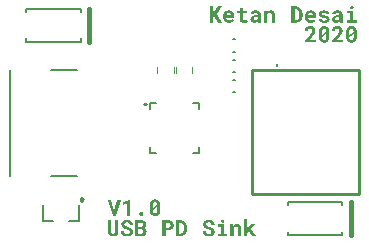
<source format=gto>
G04*
G04 #@! TF.GenerationSoftware,Altium Limited,Altium Designer,20.1.8 (145)*
G04*
G04 Layer_Color=65535*
%FSLAX25Y25*%
%MOIN*%
G70*
G04*
G04 #@! TF.SameCoordinates,5D2BCBBB-68BA-462B-8042-098B58F1E690*
G04*
G04*
G04 #@! TF.FilePolarity,Positive*
G04*
G01*
G75*
%ADD10C,0.01000*%
%ADD11C,0.00984*%
%ADD12C,0.00500*%
%ADD13C,0.00787*%
%ADD14C,0.01575*%
%ADD15C,0.00394*%
G36*
X115983Y78342D02*
X116048Y78332D01*
X116112Y78314D01*
X116186Y78286D01*
X116251Y78249D01*
X116316Y78193D01*
X116325Y78184D01*
X116344Y78166D01*
X116372Y78138D01*
X116399Y78092D01*
X116427Y78036D01*
X116455Y77972D01*
X116473Y77888D01*
X116482Y77805D01*
Y77796D01*
Y77768D01*
X116473Y77722D01*
X116464Y77666D01*
X116446Y77601D01*
X116409Y77537D01*
X116372Y77472D01*
X116316Y77407D01*
X116307Y77398D01*
X116288Y77389D01*
X116251Y77361D01*
X116205Y77333D01*
X116140Y77306D01*
X116066Y77287D01*
X115983Y77268D01*
X115891Y77259D01*
X115872D01*
X115807Y77268D01*
X115724Y77278D01*
X115641Y77296D01*
X115622Y77306D01*
X115576Y77324D01*
X115521Y77361D01*
X115456Y77407D01*
X115446Y77416D01*
X115410Y77454D01*
X115373Y77509D01*
X115336Y77583D01*
Y77592D01*
X115326Y77601D01*
X115317Y77648D01*
X115308Y77722D01*
X115298Y77805D01*
Y77814D01*
Y77824D01*
X115308Y77879D01*
X115317Y77953D01*
X115336Y78027D01*
Y78036D01*
X115345Y78045D01*
X115373Y78083D01*
X115410Y78138D01*
X115456Y78193D01*
X115474Y78203D01*
X115511Y78240D01*
X115567Y78268D01*
X115641Y78304D01*
X115650D01*
X115659Y78314D01*
X115715Y78332D01*
X115789Y78342D01*
X115891Y78351D01*
X115937D01*
X115983Y78342D01*
D02*
G37*
G36*
X89084Y76843D02*
X89167Y76834D01*
X89260Y76815D01*
X89454Y76760D01*
X89463D01*
X89500Y76741D01*
X89547Y76723D01*
X89602Y76695D01*
X89676Y76658D01*
X89750Y76612D01*
X89824Y76547D01*
X89889Y76482D01*
X89898Y76473D01*
X89916Y76445D01*
X89954Y76408D01*
X89991Y76344D01*
X90037Y76279D01*
X90092Y76186D01*
X90139Y76094D01*
X90175Y75983D01*
X90185Y75973D01*
X90194Y75927D01*
X90213Y75862D01*
X90231Y75779D01*
X90250Y75668D01*
X90259Y75539D01*
X90277Y75400D01*
Y75243D01*
Y72782D01*
X89250D01*
Y75224D01*
Y75234D01*
Y75261D01*
Y75308D01*
X89241Y75363D01*
X89232Y75493D01*
X89195Y75613D01*
Y75622D01*
X89186Y75640D01*
X89176Y75668D01*
X89158Y75705D01*
X89103Y75779D01*
X89038Y75853D01*
X89019Y75872D01*
X88973Y75909D01*
X88899Y75946D01*
X88797Y75983D01*
X88788D01*
X88770Y75992D01*
X88742D01*
X88705Y76001D01*
X88603Y76011D01*
X88483Y76020D01*
X88437D01*
X88390Y76011D01*
X88335D01*
X88187Y75973D01*
X88113Y75946D01*
X88039Y75909D01*
X88029D01*
X88011Y75890D01*
X87974Y75862D01*
X87928Y75835D01*
X87835Y75742D01*
X87734Y75622D01*
Y72782D01*
X86707D01*
Y76778D01*
X87641D01*
X87696Y76223D01*
X87706Y76232D01*
X87734Y76270D01*
X87780Y76325D01*
X87845Y76399D01*
X87919Y76473D01*
X88011Y76547D01*
X88113Y76621D01*
X88224Y76686D01*
X88242Y76695D01*
X88279Y76714D01*
X88344Y76741D01*
X88427Y76769D01*
X88520Y76797D01*
X88640Y76824D01*
X88760Y76843D01*
X88899Y76852D01*
X89010D01*
X89084Y76843D01*
D02*
G37*
G36*
X70797Y75779D02*
X72675Y72782D01*
X71435D01*
X70103Y74993D01*
X69539Y74364D01*
Y72782D01*
X68493D01*
Y78166D01*
X69539D01*
Y75696D01*
X70029Y76353D01*
X71333Y78166D01*
X72610D01*
X70797Y75779D01*
D02*
G37*
G36*
X106798Y76843D02*
X106899D01*
X107020Y76824D01*
X107140Y76806D01*
X107270Y76788D01*
X107399Y76750D01*
X107418D01*
X107455Y76732D01*
X107519Y76714D01*
X107593Y76686D01*
X107686Y76649D01*
X107778Y76603D01*
X107871Y76547D01*
X107963Y76482D01*
X107973Y76473D01*
X108000Y76455D01*
X108046Y76417D01*
X108093Y76371D01*
X108148Y76306D01*
X108213Y76242D01*
X108268Y76158D01*
X108315Y76075D01*
X108324Y76066D01*
X108333Y76038D01*
X108352Y75992D01*
X108379Y75927D01*
X108398Y75853D01*
X108416Y75761D01*
X108426Y75668D01*
X108435Y75567D01*
X107408D01*
Y75576D01*
Y75603D01*
X107399Y75650D01*
X107380Y75705D01*
X107362Y75761D01*
X107325Y75826D01*
X107279Y75890D01*
X107214Y75955D01*
X107205Y75964D01*
X107177Y75983D01*
X107140Y76001D01*
X107075Y76038D01*
X106992Y76066D01*
X106899Y76085D01*
X106779Y76103D01*
X106650Y76112D01*
X106594D01*
X106529Y76103D01*
X106446Y76094D01*
X106271Y76057D01*
X106178Y76029D01*
X106104Y75983D01*
X106095Y75973D01*
X106076Y75964D01*
X106049Y75927D01*
X106011Y75890D01*
X105947Y75788D01*
X105928Y75733D01*
X105919Y75659D01*
Y75640D01*
X105928Y75603D01*
X105938Y75557D01*
X105956Y75493D01*
X105965Y75483D01*
X105984Y75446D01*
X106030Y75400D01*
X106086Y75354D01*
X106095D01*
X106104Y75345D01*
X106159Y75317D01*
X106234Y75280D01*
X106344Y75243D01*
X106354D01*
X106372Y75234D01*
X106409Y75224D01*
X106456Y75215D01*
X106520Y75206D01*
X106594Y75187D01*
X106668Y75178D01*
X106761Y75160D01*
X106779D01*
X106825Y75150D01*
X106890Y75141D01*
X106983Y75122D01*
X107085Y75095D01*
X107195Y75076D01*
X107436Y75011D01*
X107455D01*
X107492Y74993D01*
X107547Y74975D01*
X107621Y74947D01*
X107704Y74910D01*
X107797Y74873D01*
X107973Y74771D01*
X107982Y74762D01*
X108010Y74743D01*
X108046Y74716D01*
X108102Y74669D01*
X108158Y74614D01*
X108213Y74558D01*
X108324Y74410D01*
X108333Y74401D01*
X108343Y74373D01*
X108361Y74327D01*
X108389Y74272D01*
X108416Y74198D01*
X108435Y74114D01*
X108444Y74022D01*
X108454Y73920D01*
Y73911D01*
Y73874D01*
X108444Y73827D01*
X108435Y73763D01*
X108426Y73680D01*
X108398Y73596D01*
X108370Y73513D01*
X108324Y73430D01*
X108315Y73421D01*
X108296Y73393D01*
X108268Y73347D01*
X108231Y73300D01*
X108176Y73235D01*
X108121Y73171D01*
X108046Y73106D01*
X107963Y73041D01*
X107954Y73032D01*
X107926Y73014D01*
X107871Y72986D01*
X107806Y72949D01*
X107723Y72912D01*
X107630Y72865D01*
X107519Y72829D01*
X107399Y72791D01*
X107380D01*
X107343Y72782D01*
X107270Y72764D01*
X107177Y72755D01*
X107066Y72736D01*
X106946Y72717D01*
X106798Y72708D01*
X106576D01*
X106492Y72717D01*
X106381Y72727D01*
X106261Y72736D01*
X106123Y72755D01*
X105984Y72782D01*
X105854Y72819D01*
X105836Y72829D01*
X105799Y72838D01*
X105734Y72865D01*
X105651Y72903D01*
X105558Y72949D01*
X105466Y72995D01*
X105364Y73060D01*
X105271Y73124D01*
X105262Y73134D01*
X105235Y73162D01*
X105188Y73198D01*
X105142Y73254D01*
X105087Y73319D01*
X105022Y73393D01*
X104966Y73476D01*
X104920Y73559D01*
X104911Y73568D01*
X104902Y73606D01*
X104883Y73652D01*
X104865Y73707D01*
X104837Y73781D01*
X104818Y73865D01*
X104809Y73957D01*
X104800Y74050D01*
X105780D01*
Y74040D01*
Y74022D01*
X105789Y73994D01*
X105799Y73948D01*
X105817Y73855D01*
X105863Y73763D01*
X105882Y73744D01*
X105919Y73698D01*
X105984Y73642D01*
X106067Y73578D01*
X106076D01*
X106086Y73568D01*
X106113Y73550D01*
X106150Y73541D01*
X106243Y73504D01*
X106354Y73467D01*
X106381D01*
X106409Y73457D01*
X106456D01*
X106557Y73448D01*
X106677Y73439D01*
X106742D01*
X106807Y73448D01*
X106890Y73457D01*
X107075Y73494D01*
X107168Y73522D01*
X107251Y73559D01*
X107260Y73568D01*
X107279Y73578D01*
X107316Y73606D01*
X107353Y73642D01*
X107390Y73689D01*
X107427Y73744D01*
X107445Y73809D01*
X107455Y73874D01*
Y73892D01*
X107445Y73929D01*
X107436Y73975D01*
X107408Y74031D01*
X107399Y74040D01*
X107380Y74077D01*
X107334Y74124D01*
X107260Y74170D01*
X107251D01*
X107242Y74179D01*
X107214Y74198D01*
X107186Y74207D01*
X107085Y74244D01*
X106964Y74281D01*
X106955D01*
X106937Y74290D01*
X106890Y74299D01*
X106844Y74318D01*
X106779Y74327D01*
X106696Y74345D01*
X106613Y74364D01*
X106511Y74383D01*
X106492D01*
X106456Y74392D01*
X106381Y74410D01*
X106298Y74429D01*
X106196Y74457D01*
X106086Y74484D01*
X105863Y74558D01*
X105854Y74568D01*
X105817Y74577D01*
X105762Y74604D01*
X105697Y74632D01*
X105614Y74669D01*
X105531Y74716D01*
X105364Y74817D01*
X105355Y74827D01*
X105327Y74845D01*
X105290Y74873D01*
X105244Y74919D01*
X105142Y75021D01*
X105040Y75160D01*
Y75169D01*
X105022Y75196D01*
X105003Y75234D01*
X104985Y75289D01*
X104966Y75363D01*
X104948Y75437D01*
X104938Y75520D01*
X104929Y75613D01*
Y75622D01*
Y75659D01*
X104938Y75705D01*
X104948Y75770D01*
X104957Y75835D01*
X104985Y75918D01*
X105013Y76001D01*
X105050Y76085D01*
X105059Y76094D01*
X105068Y76121D01*
X105096Y76168D01*
X105142Y76223D01*
X105188Y76288D01*
X105244Y76353D01*
X105318Y76417D01*
X105392Y76482D01*
X105401Y76491D01*
X105429Y76510D01*
X105475Y76547D01*
X105540Y76584D01*
X105623Y76621D01*
X105716Y76667D01*
X105817Y76714D01*
X105928Y76750D01*
X105947Y76760D01*
X105984Y76769D01*
X106049Y76788D01*
X106141Y76806D01*
X106243Y76824D01*
X106372Y76834D01*
X106502Y76852D01*
X106724D01*
X106798Y76843D01*
D02*
G37*
G36*
X116409Y73615D02*
X117491D01*
Y72782D01*
X114225D01*
Y73615D01*
X115373D01*
Y75937D01*
X114225D01*
Y76778D01*
X116409D01*
Y73615D01*
D02*
G37*
G36*
X111312Y76843D02*
X111414Y76834D01*
X111534Y76815D01*
X111765Y76760D01*
X111784D01*
X111820Y76741D01*
X111876Y76723D01*
X111950Y76695D01*
X112033Y76658D01*
X112126Y76612D01*
X112311Y76501D01*
X112320Y76491D01*
X112348Y76473D01*
X112394Y76427D01*
X112440Y76380D01*
X112505Y76316D01*
X112560Y76242D01*
X112616Y76149D01*
X112671Y76057D01*
X112681Y76047D01*
X112690Y76011D01*
X112708Y75955D01*
X112736Y75881D01*
X112764Y75798D01*
X112783Y75696D01*
X112792Y75576D01*
X112801Y75455D01*
Y73735D01*
Y73716D01*
Y73680D01*
Y73624D01*
X112810Y73550D01*
Y73457D01*
X112820Y73374D01*
X112829Y73282D01*
X112838Y73198D01*
Y73189D01*
X112847Y73162D01*
X112856Y73124D01*
X112875Y73078D01*
X112912Y72958D01*
X112958Y72838D01*
Y72782D01*
X111913D01*
X111904Y72791D01*
X111895Y72829D01*
X111867Y72884D01*
X111848Y72949D01*
Y72967D01*
X111839Y73014D01*
X111830Y73078D01*
X111811Y73152D01*
X111793Y73134D01*
X111756Y73097D01*
X111691Y73041D01*
X111608Y72976D01*
X111599D01*
X111589Y72967D01*
X111534Y72930D01*
X111460Y72884D01*
X111358Y72838D01*
X111349D01*
X111339Y72829D01*
X111312Y72819D01*
X111275Y72810D01*
X111182Y72773D01*
X111062Y72745D01*
X111053D01*
X111034Y72736D01*
X111006D01*
X110960Y72727D01*
X110849Y72717D01*
X110720Y72708D01*
X110664D01*
X110609Y72717D01*
X110535D01*
X110442Y72727D01*
X110350Y72745D01*
X110146Y72791D01*
X110137D01*
X110109Y72810D01*
X110054Y72829D01*
X109998Y72856D01*
X109860Y72939D01*
X109712Y73041D01*
X109702Y73050D01*
X109684Y73069D01*
X109647Y73106D01*
X109610Y73152D01*
X109554Y73208D01*
X109508Y73273D01*
X109415Y73421D01*
Y73430D01*
X109397Y73457D01*
X109388Y73504D01*
X109369Y73568D01*
X109351Y73633D01*
X109332Y73716D01*
X109323Y73809D01*
X109314Y73901D01*
Y73911D01*
Y73929D01*
Y73966D01*
X109323Y74003D01*
X109332Y74059D01*
X109342Y74114D01*
X109369Y74262D01*
X109425Y74419D01*
X109517Y74577D01*
X109564Y74660D01*
X109628Y74734D01*
X109702Y74808D01*
X109785Y74873D01*
X109795D01*
X109804Y74891D01*
X109832Y74910D01*
X109878Y74928D01*
X109924Y74956D01*
X109989Y74984D01*
X110054Y75011D01*
X110137Y75049D01*
X110230Y75086D01*
X110340Y75113D01*
X110451Y75141D01*
X110581Y75169D01*
X110720Y75196D01*
X110868Y75206D01*
X111034Y75224D01*
X111774D01*
Y75455D01*
Y75465D01*
Y75502D01*
X111765Y75557D01*
X111747Y75622D01*
X111728Y75696D01*
X111691Y75779D01*
X111645Y75853D01*
X111580Y75918D01*
X111571Y75927D01*
X111543Y75946D01*
X111506Y75973D01*
X111441Y76001D01*
X111367Y76029D01*
X111275Y76057D01*
X111164Y76075D01*
X111034Y76085D01*
X110979D01*
X110923Y76075D01*
X110859Y76066D01*
X110784Y76047D01*
X110711Y76029D01*
X110636Y75992D01*
X110572Y75946D01*
X110563Y75937D01*
X110553Y75918D01*
X110526Y75890D01*
X110507Y75853D01*
X110479Y75798D01*
X110451Y75742D01*
X110442Y75668D01*
X110433Y75585D01*
X109406D01*
Y75594D01*
Y75631D01*
X109415Y75678D01*
X109425Y75742D01*
X109434Y75816D01*
X109452Y75899D01*
X109480Y75992D01*
X109517Y76075D01*
X109527Y76085D01*
X109536Y76112D01*
X109564Y76158D01*
X109600Y76214D01*
X109647Y76279D01*
X109702Y76344D01*
X109767Y76408D01*
X109841Y76473D01*
X109850Y76482D01*
X109878Y76501D01*
X109924Y76538D01*
X109989Y76575D01*
X110072Y76621D01*
X110165Y76667D01*
X110266Y76714D01*
X110378Y76750D01*
X110396Y76760D01*
X110433Y76769D01*
X110498Y76788D01*
X110581Y76806D01*
X110692Y76824D01*
X110812Y76834D01*
X110942Y76852D01*
X111219D01*
X111312Y76843D01*
D02*
G37*
G36*
X97316Y78157D02*
X97446Y78147D01*
X97594Y78119D01*
X97760Y78092D01*
X97927Y78045D01*
X98093Y77981D01*
X98103D01*
X98112Y77972D01*
X98168Y77944D01*
X98251Y77907D01*
X98352Y77851D01*
X98463Y77777D01*
X98593Y77685D01*
X98713Y77583D01*
X98834Y77463D01*
X98852Y77444D01*
X98889Y77407D01*
X98944Y77333D01*
X99009Y77241D01*
X99093Y77130D01*
X99167Y77000D01*
X99250Y76852D01*
X99314Y76686D01*
Y76676D01*
X99324Y76667D01*
X99333Y76639D01*
X99342Y76603D01*
X99370Y76510D01*
X99398Y76390D01*
X99426Y76242D01*
X99453Y76075D01*
X99472Y75890D01*
X99481Y75687D01*
Y75243D01*
Y75234D01*
Y75215D01*
Y75187D01*
Y75150D01*
X99472Y75049D01*
X99462Y74910D01*
X99444Y74762D01*
X99407Y74595D01*
X99370Y74419D01*
X99314Y74244D01*
Y74234D01*
X99305Y74225D01*
X99287Y74170D01*
X99250Y74086D01*
X99194Y73975D01*
X99129Y73855D01*
X99046Y73726D01*
X98954Y73596D01*
X98843Y73467D01*
X98834Y73448D01*
X98787Y73411D01*
X98722Y73356D01*
X98639Y73282D01*
X98528Y73198D01*
X98408Y73115D01*
X98269Y73032D01*
X98112Y72958D01*
X98093Y72949D01*
X98038Y72930D01*
X97955Y72903D01*
X97834Y72875D01*
X97696Y72838D01*
X97539Y72810D01*
X97363Y72791D01*
X97178Y72782D01*
X95726D01*
Y78166D01*
X97215D01*
X97316Y78157D01*
D02*
G37*
G36*
X84061Y76843D02*
X84163Y76834D01*
X84283Y76815D01*
X84514Y76760D01*
X84533D01*
X84570Y76741D01*
X84626Y76723D01*
X84699Y76695D01*
X84783Y76658D01*
X84875Y76612D01*
X85060Y76501D01*
X85070Y76491D01*
X85097Y76473D01*
X85144Y76427D01*
X85190Y76380D01*
X85255Y76316D01*
X85310Y76242D01*
X85365Y76149D01*
X85421Y76057D01*
X85430Y76047D01*
X85439Y76011D01*
X85458Y75955D01*
X85486Y75881D01*
X85514Y75798D01*
X85532Y75696D01*
X85541Y75576D01*
X85550Y75455D01*
Y73735D01*
Y73716D01*
Y73680D01*
Y73624D01*
X85560Y73550D01*
Y73457D01*
X85569Y73374D01*
X85578Y73282D01*
X85588Y73198D01*
Y73189D01*
X85597Y73162D01*
X85606Y73124D01*
X85624Y73078D01*
X85662Y72958D01*
X85708Y72838D01*
Y72782D01*
X84662D01*
X84653Y72791D01*
X84644Y72829D01*
X84616Y72884D01*
X84598Y72949D01*
Y72967D01*
X84588Y73014D01*
X84579Y73078D01*
X84561Y73152D01*
X84542Y73134D01*
X84505Y73097D01*
X84440Y73041D01*
X84357Y72976D01*
X84348D01*
X84339Y72967D01*
X84283Y72930D01*
X84209Y72884D01*
X84108Y72838D01*
X84098D01*
X84089Y72829D01*
X84061Y72819D01*
X84024Y72810D01*
X83932Y72773D01*
X83811Y72745D01*
X83802D01*
X83784Y72736D01*
X83756D01*
X83710Y72727D01*
X83599Y72717D01*
X83469Y72708D01*
X83414D01*
X83358Y72717D01*
X83284D01*
X83192Y72727D01*
X83099Y72745D01*
X82896Y72791D01*
X82886D01*
X82859Y72810D01*
X82803Y72828D01*
X82748Y72856D01*
X82609Y72939D01*
X82461Y73041D01*
X82452Y73050D01*
X82433Y73069D01*
X82396Y73106D01*
X82359Y73152D01*
X82304Y73208D01*
X82257Y73273D01*
X82165Y73421D01*
Y73430D01*
X82147Y73457D01*
X82137Y73504D01*
X82119Y73568D01*
X82100Y73633D01*
X82082Y73716D01*
X82073Y73809D01*
X82063Y73901D01*
Y73911D01*
Y73929D01*
Y73966D01*
X82073Y74003D01*
X82082Y74059D01*
X82091Y74114D01*
X82119Y74262D01*
X82174Y74419D01*
X82267Y74577D01*
X82313Y74660D01*
X82378Y74734D01*
X82452Y74808D01*
X82535Y74873D01*
X82544D01*
X82553Y74891D01*
X82581Y74910D01*
X82627Y74928D01*
X82674Y74956D01*
X82739Y74984D01*
X82803Y75011D01*
X82886Y75049D01*
X82979Y75086D01*
X83090Y75113D01*
X83201Y75141D01*
X83331Y75169D01*
X83469Y75196D01*
X83617Y75206D01*
X83784Y75224D01*
X84524Y75224D01*
Y75455D01*
Y75465D01*
Y75502D01*
X84514Y75557D01*
X84496Y75622D01*
X84478Y75696D01*
X84440Y75779D01*
X84394Y75853D01*
X84329Y75918D01*
X84320Y75927D01*
X84293Y75946D01*
X84255Y75973D01*
X84191Y76001D01*
X84117Y76029D01*
X84024Y76057D01*
X83913Y76075D01*
X83784Y76085D01*
X83728D01*
X83673Y76075D01*
X83608Y76066D01*
X83534Y76047D01*
X83460Y76029D01*
X83386Y75992D01*
X83321Y75946D01*
X83312Y75937D01*
X83303Y75918D01*
X83275Y75890D01*
X83257Y75853D01*
X83229Y75798D01*
X83201Y75742D01*
X83192Y75668D01*
X83183Y75585D01*
X82156D01*
Y75594D01*
Y75631D01*
X82165Y75677D01*
X82174Y75742D01*
X82183Y75816D01*
X82202Y75899D01*
X82230Y75992D01*
X82267Y76075D01*
X82276Y76085D01*
X82285Y76112D01*
X82313Y76158D01*
X82350Y76214D01*
X82396Y76279D01*
X82452Y76343D01*
X82516Y76408D01*
X82591Y76473D01*
X82600Y76482D01*
X82627Y76501D01*
X82674Y76538D01*
X82739Y76575D01*
X82822Y76621D01*
X82914Y76667D01*
X83016Y76714D01*
X83127Y76750D01*
X83145Y76760D01*
X83183Y76769D01*
X83247Y76788D01*
X83331Y76806D01*
X83442Y76824D01*
X83562Y76834D01*
X83691Y76852D01*
X83969D01*
X84061Y76843D01*
D02*
G37*
G36*
X102312D02*
X102413Y76834D01*
X102533Y76815D01*
X102663Y76788D01*
X102793Y76750D01*
X102922Y76704D01*
X102940Y76695D01*
X102978Y76676D01*
X103042Y76649D01*
X103126Y76603D01*
X103209Y76547D01*
X103311Y76482D01*
X103403Y76399D01*
X103496Y76306D01*
X103505Y76297D01*
X103533Y76260D01*
X103579Y76205D01*
X103634Y76131D01*
X103690Y76038D01*
X103745Y75937D01*
X103810Y75816D01*
X103856Y75687D01*
X103866Y75668D01*
X103875Y75622D01*
X103893Y75548D01*
X103921Y75455D01*
X103949Y75335D01*
X103967Y75196D01*
X103977Y75049D01*
X103986Y74882D01*
Y74447D01*
X101266D01*
Y74438D01*
X101276Y74410D01*
X101285Y74373D01*
X101294Y74327D01*
X101331Y74198D01*
X101386Y74068D01*
Y74059D01*
X101405Y74040D01*
X101424Y74013D01*
X101451Y73966D01*
X101525Y73874D01*
X101618Y73781D01*
X101627Y73772D01*
X101646Y73763D01*
X101673Y73744D01*
X101710Y73716D01*
X101812Y73652D01*
X101932Y73596D01*
X101942D01*
X101969Y73587D01*
X102006Y73578D01*
X102052Y73568D01*
X102117Y73550D01*
X102182Y73541D01*
X102339Y73532D01*
X102432D01*
X102524Y73541D01*
X102635Y73559D01*
X102645D01*
X102663Y73568D01*
X102691D01*
X102728Y73578D01*
X102820Y73606D01*
X102922Y73642D01*
X102931D01*
X102950Y73652D01*
X102968Y73661D01*
X103005Y73680D01*
X103088Y73726D01*
X103181Y73781D01*
X103190D01*
X103200Y73800D01*
X103255Y73846D01*
X103320Y73911D01*
X103384Y73985D01*
X103902Y73430D01*
Y73421D01*
X103884Y73402D01*
X103866Y73383D01*
X103829Y73347D01*
X103754Y73254D01*
X103644Y73162D01*
X103634Y73152D01*
X103616Y73143D01*
X103588Y73115D01*
X103542Y73088D01*
X103486Y73050D01*
X103431Y73014D01*
X103283Y72930D01*
X103273D01*
X103246Y72912D01*
X103209Y72893D01*
X103153Y72875D01*
X103079Y72847D01*
X103005Y72819D01*
X102820Y72773D01*
X102811D01*
X102774Y72764D01*
X102728Y72755D01*
X102663Y72745D01*
X102580Y72727D01*
X102487Y72717D01*
X102275Y72708D01*
X102200D01*
X102108Y72717D01*
X101997Y72727D01*
X101867Y72745D01*
X101729Y72773D01*
X101581Y72810D01*
X101433Y72856D01*
X101414Y72865D01*
X101368Y72884D01*
X101303Y72921D01*
X101211Y72967D01*
X101109Y73023D01*
X100998Y73088D01*
X100887Y73171D01*
X100785Y73263D01*
X100776Y73273D01*
X100739Y73309D01*
X100693Y73365D01*
X100637Y73439D01*
X100563Y73532D01*
X100498Y73642D01*
X100434Y73753D01*
X100369Y73883D01*
X100360Y73901D01*
X100350Y73948D01*
X100323Y74013D01*
X100295Y74114D01*
X100267Y74225D01*
X100249Y74355D01*
X100230Y74493D01*
X100221Y74642D01*
Y74790D01*
Y74799D01*
Y74808D01*
Y74863D01*
X100230Y74956D01*
X100240Y75067D01*
X100258Y75196D01*
X100277Y75335D01*
X100313Y75474D01*
X100360Y75622D01*
X100369Y75640D01*
X100388Y75687D01*
X100425Y75761D01*
X100471Y75844D01*
X100526Y75946D01*
X100591Y76057D01*
X100674Y76168D01*
X100767Y76270D01*
X100776Y76279D01*
X100813Y76316D01*
X100868Y76362D01*
X100943Y76427D01*
X101026Y76491D01*
X101137Y76565D01*
X101248Y76630D01*
X101377Y76695D01*
X101396Y76704D01*
X101442Y76723D01*
X101516Y76741D01*
X101609Y76778D01*
X101729Y76806D01*
X101858Y76824D01*
X102006Y76843D01*
X102154Y76852D01*
X102228D01*
X102312Y76843D01*
D02*
G37*
G36*
X79510Y76778D02*
X80999D01*
Y76020D01*
X79510D01*
Y74299D01*
Y74290D01*
Y74262D01*
Y74225D01*
X79519Y74179D01*
X79529Y74059D01*
X79557Y73939D01*
Y73929D01*
X79566Y73911D01*
X79593Y73855D01*
X79640Y73772D01*
X79704Y73698D01*
X79723Y73689D01*
X79769Y73652D01*
X79834Y73615D01*
X79927Y73578D01*
X79936D01*
X79954Y73568D01*
X79973D01*
X80010Y73559D01*
X80102Y73550D01*
X80222Y73541D01*
X80370D01*
X80454Y73550D01*
X80472D01*
X80537Y73559D01*
X80611Y73568D01*
X80694Y73578D01*
X80713D01*
X80768Y73587D01*
X80833Y73605D01*
X80907Y73615D01*
X80926D01*
X80963Y73624D01*
X81018Y73642D01*
X81073Y73652D01*
X81175Y72949D01*
X81157Y72939D01*
X81111Y72912D01*
X81027Y72875D01*
X80926Y72838D01*
X80916D01*
X80898Y72828D01*
X80870Y72819D01*
X80833Y72810D01*
X80731Y72791D01*
X80611Y72773D01*
X80583D01*
X80555Y72764D01*
X80509Y72754D01*
X80408Y72745D01*
X80278Y72727D01*
X80250D01*
X80213Y72717D01*
X80167D01*
X80056Y72708D01*
X79880D01*
X79816Y72717D01*
X79732D01*
X79640Y72727D01*
X79538Y72745D01*
X79334Y72791D01*
X79325D01*
X79288Y72810D01*
X79242Y72828D01*
X79177Y72856D01*
X79029Y72939D01*
X78872Y73050D01*
X78863Y73060D01*
X78844Y73088D01*
X78807Y73124D01*
X78770Y73180D01*
X78724Y73245D01*
X78678Y73328D01*
X78632Y73421D01*
X78585Y73522D01*
Y73531D01*
X78567Y73578D01*
X78557Y73633D01*
X78539Y73716D01*
X78521Y73809D01*
X78502Y73929D01*
X78493Y74059D01*
X78483Y74198D01*
Y76020D01*
X77568D01*
Y76778D01*
X78483D01*
Y77759D01*
X79510D01*
Y76778D01*
D02*
G37*
G36*
X75061Y76843D02*
X75163Y76834D01*
X75283Y76815D01*
X75412Y76788D01*
X75542Y76750D01*
X75671Y76704D01*
X75690Y76695D01*
X75727Y76676D01*
X75792Y76649D01*
X75875Y76602D01*
X75958Y76547D01*
X76060Y76482D01*
X76152Y76399D01*
X76245Y76306D01*
X76254Y76297D01*
X76282Y76260D01*
X76328Y76205D01*
X76384Y76131D01*
X76439Y76038D01*
X76495Y75937D01*
X76560Y75816D01*
X76606Y75687D01*
X76615Y75668D01*
X76624Y75622D01*
X76643Y75548D01*
X76670Y75455D01*
X76698Y75335D01*
X76717Y75196D01*
X76726Y75049D01*
X76735Y74882D01*
Y74447D01*
X74016D01*
Y74438D01*
X74025Y74410D01*
X74034Y74373D01*
X74044Y74327D01*
X74080Y74198D01*
X74136Y74068D01*
Y74059D01*
X74155Y74040D01*
X74173Y74013D01*
X74201Y73966D01*
X74275Y73874D01*
X74367Y73781D01*
X74376Y73772D01*
X74395Y73763D01*
X74423Y73744D01*
X74460Y73716D01*
X74562Y73652D01*
X74682Y73596D01*
X74691D01*
X74719Y73587D01*
X74756Y73578D01*
X74802Y73568D01*
X74867Y73550D01*
X74932Y73541D01*
X75089Y73531D01*
X75181D01*
X75274Y73541D01*
X75385Y73559D01*
X75394D01*
X75412Y73568D01*
X75440D01*
X75477Y73578D01*
X75570Y73605D01*
X75671Y73642D01*
X75681D01*
X75699Y73652D01*
X75718Y73661D01*
X75755Y73679D01*
X75838Y73726D01*
X75931Y73781D01*
X75940D01*
X75949Y73800D01*
X76004Y73846D01*
X76069Y73911D01*
X76134Y73985D01*
X76652Y73430D01*
Y73421D01*
X76634Y73402D01*
X76615Y73383D01*
X76578Y73347D01*
X76504Y73254D01*
X76393Y73162D01*
X76384Y73152D01*
X76365Y73143D01*
X76337Y73115D01*
X76291Y73088D01*
X76236Y73050D01*
X76180Y73014D01*
X76032Y72930D01*
X76023D01*
X75995Y72912D01*
X75958Y72893D01*
X75903Y72875D01*
X75829Y72847D01*
X75755Y72819D01*
X75570Y72773D01*
X75560D01*
X75524Y72764D01*
X75477Y72754D01*
X75412Y72745D01*
X75329Y72727D01*
X75237Y72717D01*
X75024Y72708D01*
X74950D01*
X74857Y72717D01*
X74747Y72727D01*
X74617Y72745D01*
X74478Y72773D01*
X74330Y72810D01*
X74182Y72856D01*
X74164Y72865D01*
X74117Y72884D01*
X74053Y72921D01*
X73960Y72967D01*
X73858Y73023D01*
X73747Y73088D01*
X73637Y73171D01*
X73535Y73263D01*
X73526Y73273D01*
X73488Y73309D01*
X73442Y73365D01*
X73387Y73439D01*
X73313Y73531D01*
X73248Y73642D01*
X73183Y73753D01*
X73119Y73883D01*
X73109Y73901D01*
X73100Y73948D01*
X73072Y74013D01*
X73045Y74114D01*
X73017Y74225D01*
X72998Y74355D01*
X72980Y74493D01*
X72970Y74641D01*
Y74789D01*
Y74799D01*
Y74808D01*
Y74863D01*
X72980Y74956D01*
X72989Y75067D01*
X73008Y75196D01*
X73026Y75335D01*
X73063Y75474D01*
X73109Y75622D01*
X73119Y75640D01*
X73137Y75687D01*
X73174Y75761D01*
X73220Y75844D01*
X73276Y75946D01*
X73340Y76057D01*
X73424Y76168D01*
X73516Y76269D01*
X73526Y76279D01*
X73563Y76316D01*
X73618Y76362D01*
X73692Y76427D01*
X73775Y76491D01*
X73886Y76565D01*
X73997Y76630D01*
X74127Y76695D01*
X74145Y76704D01*
X74191Y76723D01*
X74265Y76741D01*
X74358Y76778D01*
X74478Y76806D01*
X74608Y76824D01*
X74756Y76843D01*
X74904Y76852D01*
X74978D01*
X75061Y76843D01*
D02*
G37*
G36*
X111247Y71622D02*
X111339Y71613D01*
X111451Y71604D01*
X111580Y71585D01*
X111700Y71548D01*
X111820Y71511D01*
X111839Y71502D01*
X111876Y71493D01*
X111932Y71465D01*
X112005Y71428D01*
X112098Y71382D01*
X112181Y71326D01*
X112274Y71262D01*
X112357Y71188D01*
X112366Y71178D01*
X112394Y71150D01*
X112431Y71104D01*
X112477Y71049D01*
X112533Y70975D01*
X112588Y70891D01*
X112635Y70799D01*
X112681Y70688D01*
X112690Y70679D01*
X112699Y70642D01*
X112718Y70577D01*
X112736Y70503D01*
X112755Y70411D01*
X112773Y70300D01*
X112792Y70179D01*
Y70050D01*
Y70041D01*
Y70003D01*
Y69957D01*
X112783Y69893D01*
X112773Y69809D01*
X112755Y69726D01*
X112708Y69541D01*
Y69532D01*
X112690Y69504D01*
X112671Y69449D01*
X112644Y69393D01*
X112616Y69319D01*
X112570Y69236D01*
X112468Y69060D01*
X112459Y69051D01*
X112440Y69023D01*
X112403Y68977D01*
X112366Y68912D01*
X112311Y68838D01*
X112246Y68764D01*
X112098Y68579D01*
X112089Y68570D01*
X112061Y68542D01*
X112015Y68486D01*
X111959Y68422D01*
X111885Y68348D01*
X111811Y68265D01*
X111626Y68070D01*
X110609Y66997D01*
X112977D01*
Y66174D01*
X109295D01*
Y66868D01*
X111044Y68745D01*
X111053Y68755D01*
X111081Y68783D01*
X111117Y68829D01*
X111164Y68875D01*
X111275Y69004D01*
X111386Y69143D01*
X111395Y69152D01*
X111414Y69171D01*
X111432Y69208D01*
X111469Y69254D01*
X111534Y69365D01*
X111608Y69476D01*
Y69485D01*
X111626Y69504D01*
X111635Y69532D01*
X111663Y69569D01*
X111700Y69652D01*
X111737Y69754D01*
Y69763D01*
X111747Y69772D01*
X111756Y69837D01*
X111765Y69920D01*
X111774Y70013D01*
Y70022D01*
Y70041D01*
Y70078D01*
X111765Y70114D01*
X111756Y70216D01*
X111719Y70327D01*
Y70337D01*
X111709Y70355D01*
X111682Y70411D01*
X111645Y70494D01*
X111580Y70568D01*
Y70577D01*
X111562Y70586D01*
X111515Y70623D01*
X111441Y70670D01*
X111349Y70716D01*
X111339D01*
X111330Y70725D01*
X111302Y70734D01*
X111266Y70744D01*
X111173Y70762D01*
X111062Y70771D01*
X110988D01*
X110914Y70762D01*
X110821Y70744D01*
X110720Y70716D01*
X110618Y70670D01*
X110516Y70614D01*
X110424Y70531D01*
X110415Y70521D01*
X110396Y70485D01*
X110359Y70438D01*
X110322Y70364D01*
X110285Y70272D01*
X110248Y70161D01*
X110230Y70022D01*
X110220Y69874D01*
X109194D01*
Y69893D01*
Y69939D01*
X109203Y70003D01*
X109212Y70096D01*
X109221Y70198D01*
X109249Y70309D01*
X109277Y70429D01*
X109323Y70549D01*
X109332Y70568D01*
X109351Y70605D01*
X109379Y70660D01*
X109425Y70744D01*
X109480Y70827D01*
X109545Y70929D01*
X109619Y71021D01*
X109712Y71114D01*
X109721Y71123D01*
X109758Y71150D01*
X109813Y71197D01*
X109878Y71252D01*
X109970Y71308D01*
X110072Y71372D01*
X110183Y71437D01*
X110313Y71493D01*
X110331Y71502D01*
X110378Y71511D01*
X110451Y71539D01*
X110544Y71567D01*
X110655Y71585D01*
X110794Y71613D01*
X110942Y71622D01*
X111099Y71631D01*
X111164D01*
X111247Y71622D01*
D02*
G37*
G36*
X102164D02*
X102256Y71613D01*
X102367Y71604D01*
X102497Y71585D01*
X102617Y71548D01*
X102737Y71511D01*
X102755Y71502D01*
X102793Y71493D01*
X102848Y71465D01*
X102922Y71428D01*
X103015Y71382D01*
X103098Y71326D01*
X103190Y71262D01*
X103273Y71188D01*
X103283Y71178D01*
X103311Y71150D01*
X103348Y71104D01*
X103394Y71049D01*
X103449Y70975D01*
X103505Y70891D01*
X103551Y70799D01*
X103597Y70688D01*
X103606Y70679D01*
X103616Y70642D01*
X103634Y70577D01*
X103653Y70503D01*
X103671Y70411D01*
X103690Y70300D01*
X103708Y70179D01*
Y70050D01*
Y70041D01*
Y70003D01*
Y69957D01*
X103699Y69893D01*
X103690Y69809D01*
X103671Y69726D01*
X103625Y69541D01*
Y69532D01*
X103606Y69504D01*
X103588Y69449D01*
X103560Y69393D01*
X103533Y69319D01*
X103486Y69236D01*
X103384Y69060D01*
X103375Y69051D01*
X103357Y69023D01*
X103320Y68977D01*
X103283Y68912D01*
X103227Y68838D01*
X103163Y68764D01*
X103015Y68579D01*
X103005Y68570D01*
X102978Y68542D01*
X102931Y68486D01*
X102876Y68422D01*
X102802Y68348D01*
X102728Y68265D01*
X102543Y68070D01*
X101525Y66997D01*
X103893D01*
Y66174D01*
X100212D01*
Y66868D01*
X101960Y68745D01*
X101969Y68755D01*
X101997Y68783D01*
X102034Y68829D01*
X102080Y68875D01*
X102191Y69004D01*
X102302Y69143D01*
X102312Y69152D01*
X102330Y69171D01*
X102348Y69208D01*
X102385Y69254D01*
X102450Y69365D01*
X102524Y69476D01*
Y69485D01*
X102543Y69504D01*
X102552Y69532D01*
X102580Y69569D01*
X102617Y69652D01*
X102654Y69754D01*
Y69763D01*
X102663Y69772D01*
X102672Y69837D01*
X102682Y69920D01*
X102691Y70013D01*
Y70022D01*
Y70041D01*
Y70078D01*
X102682Y70114D01*
X102672Y70216D01*
X102635Y70327D01*
Y70337D01*
X102626Y70355D01*
X102598Y70411D01*
X102561Y70494D01*
X102497Y70568D01*
Y70577D01*
X102478Y70586D01*
X102432Y70623D01*
X102358Y70670D01*
X102265Y70716D01*
X102256D01*
X102247Y70725D01*
X102219Y70734D01*
X102182Y70744D01*
X102090Y70762D01*
X101979Y70771D01*
X101904D01*
X101830Y70762D01*
X101738Y70744D01*
X101636Y70716D01*
X101534Y70670D01*
X101433Y70614D01*
X101340Y70531D01*
X101331Y70521D01*
X101312Y70485D01*
X101276Y70438D01*
X101239Y70364D01*
X101201Y70272D01*
X101164Y70161D01*
X101146Y70022D01*
X101137Y69874D01*
X100110D01*
Y69893D01*
Y69939D01*
X100119Y70003D01*
X100128Y70096D01*
X100138Y70198D01*
X100165Y70309D01*
X100193Y70429D01*
X100240Y70549D01*
X100249Y70568D01*
X100267Y70605D01*
X100295Y70660D01*
X100341Y70744D01*
X100397Y70827D01*
X100461Y70929D01*
X100536Y71021D01*
X100628Y71114D01*
X100637Y71123D01*
X100674Y71150D01*
X100730Y71197D01*
X100794Y71252D01*
X100887Y71308D01*
X100989Y71372D01*
X101100Y71437D01*
X101229Y71493D01*
X101248Y71502D01*
X101294Y71511D01*
X101368Y71539D01*
X101461Y71567D01*
X101572Y71585D01*
X101710Y71613D01*
X101858Y71622D01*
X102015Y71631D01*
X102080D01*
X102164Y71622D01*
D02*
G37*
G36*
X115891D02*
X115983Y71613D01*
X116103Y71595D01*
X116224Y71576D01*
X116353Y71539D01*
X116473Y71493D01*
X116492Y71483D01*
X116529Y71465D01*
X116584Y71437D01*
X116667Y71391D01*
X116751Y71336D01*
X116843Y71271D01*
X116936Y71188D01*
X117028Y71095D01*
X117037Y71086D01*
X117065Y71049D01*
X117112Y70993D01*
X117158Y70910D01*
X117213Y70818D01*
X117278Y70697D01*
X117333Y70568D01*
X117380Y70429D01*
X117389Y70411D01*
X117398Y70355D01*
X117417Y70272D01*
X117445Y70161D01*
X117463Y70031D01*
X117482Y69874D01*
X117491Y69698D01*
X117500Y69504D01*
Y68218D01*
Y68209D01*
Y68200D01*
Y68172D01*
Y68135D01*
X117491Y68033D01*
X117482Y67913D01*
X117472Y67765D01*
X117454Y67617D01*
X117417Y67460D01*
X117380Y67303D01*
X117370Y67284D01*
X117361Y67238D01*
X117333Y67164D01*
X117287Y67071D01*
X117241Y66970D01*
X117185Y66859D01*
X117112Y66738D01*
X117028Y66637D01*
X117019Y66627D01*
X116991Y66590D01*
X116945Y66544D01*
X116880Y66488D01*
X116797Y66424D01*
X116704Y66350D01*
X116603Y66285D01*
X116482Y66229D01*
X116464Y66220D01*
X116427Y66211D01*
X116362Y66193D01*
X116270Y66165D01*
X116159Y66137D01*
X116039Y66119D01*
X115900Y66109D01*
X115752Y66100D01*
X115687D01*
X115604Y66109D01*
X115511Y66119D01*
X115391Y66128D01*
X115271Y66155D01*
X115141Y66183D01*
X115021Y66229D01*
X115003Y66239D01*
X114965Y66257D01*
X114910Y66285D01*
X114827Y66331D01*
X114743Y66387D01*
X114651Y66461D01*
X114558Y66544D01*
X114466Y66637D01*
X114457Y66646D01*
X114429Y66683D01*
X114392Y66738D01*
X114337Y66821D01*
X114281Y66914D01*
X114225Y67034D01*
X114170Y67164D01*
X114114Y67303D01*
Y67312D01*
X114105Y67321D01*
X114096Y67377D01*
X114077Y67460D01*
X114059Y67571D01*
X114031Y67700D01*
X114013Y67857D01*
X114004Y68033D01*
X113994Y68218D01*
Y69504D01*
Y69513D01*
Y69532D01*
Y69560D01*
Y69596D01*
X114004Y69689D01*
X114013Y69819D01*
X114022Y69957D01*
X114050Y70114D01*
X114077Y70272D01*
X114114Y70429D01*
Y70438D01*
X114124Y70447D01*
X114133Y70494D01*
X114161Y70568D01*
X114207Y70660D01*
X114253Y70771D01*
X114309Y70882D01*
X114383Y70993D01*
X114457Y71095D01*
X114466Y71104D01*
X114494Y71141D01*
X114549Y71188D01*
X114614Y71243D01*
X114697Y71308D01*
X114790Y71372D01*
X114892Y71437D01*
X115012Y71493D01*
X115030Y71502D01*
X115067Y71511D01*
X115132Y71539D01*
X115225Y71567D01*
X115336Y71585D01*
X115456Y71613D01*
X115594Y71622D01*
X115743Y71631D01*
X115807D01*
X115891Y71622D01*
D02*
G37*
G36*
X106807D02*
X106899Y71613D01*
X107020Y71595D01*
X107140Y71576D01*
X107270Y71539D01*
X107390Y71493D01*
X107408Y71483D01*
X107445Y71465D01*
X107501Y71437D01*
X107584Y71391D01*
X107667Y71336D01*
X107760Y71271D01*
X107852Y71188D01*
X107945Y71095D01*
X107954Y71086D01*
X107982Y71049D01*
X108028Y70993D01*
X108074Y70910D01*
X108130Y70818D01*
X108194Y70697D01*
X108250Y70568D01*
X108296Y70429D01*
X108306Y70411D01*
X108315Y70355D01*
X108333Y70272D01*
X108361Y70161D01*
X108379Y70031D01*
X108398Y69874D01*
X108407Y69698D01*
X108416Y69504D01*
Y68218D01*
Y68209D01*
Y68200D01*
Y68172D01*
Y68135D01*
X108407Y68033D01*
X108398Y67913D01*
X108389Y67765D01*
X108370Y67617D01*
X108333Y67460D01*
X108296Y67303D01*
X108287Y67284D01*
X108278Y67238D01*
X108250Y67164D01*
X108204Y67071D01*
X108158Y66970D01*
X108102Y66859D01*
X108028Y66738D01*
X107945Y66637D01*
X107936Y66627D01*
X107908Y66590D01*
X107861Y66544D01*
X107797Y66488D01*
X107713Y66424D01*
X107621Y66350D01*
X107519Y66285D01*
X107399Y66229D01*
X107380Y66220D01*
X107343Y66211D01*
X107279Y66193D01*
X107186Y66165D01*
X107075Y66137D01*
X106955Y66119D01*
X106816Y66109D01*
X106668Y66100D01*
X106604D01*
X106520Y66109D01*
X106428Y66119D01*
X106307Y66128D01*
X106187Y66155D01*
X106058Y66183D01*
X105938Y66229D01*
X105919Y66239D01*
X105882Y66257D01*
X105826Y66285D01*
X105743Y66331D01*
X105660Y66387D01*
X105568Y66461D01*
X105475Y66544D01*
X105383Y66637D01*
X105373Y66646D01*
X105345Y66683D01*
X105308Y66738D01*
X105253Y66821D01*
X105198Y66914D01*
X105142Y67034D01*
X105087Y67164D01*
X105031Y67303D01*
Y67312D01*
X105022Y67321D01*
X105013Y67377D01*
X104994Y67460D01*
X104975Y67571D01*
X104948Y67700D01*
X104929Y67857D01*
X104920Y68033D01*
X104911Y68218D01*
Y69504D01*
Y69513D01*
Y69532D01*
Y69560D01*
Y69596D01*
X104920Y69689D01*
X104929Y69819D01*
X104938Y69957D01*
X104966Y70114D01*
X104994Y70272D01*
X105031Y70429D01*
Y70438D01*
X105040Y70447D01*
X105050Y70494D01*
X105077Y70568D01*
X105123Y70660D01*
X105170Y70771D01*
X105225Y70882D01*
X105299Y70993D01*
X105373Y71095D01*
X105383Y71104D01*
X105410Y71141D01*
X105466Y71188D01*
X105531Y71243D01*
X105614Y71308D01*
X105706Y71372D01*
X105808Y71437D01*
X105928Y71493D01*
X105947Y71502D01*
X105984Y71511D01*
X106049Y71539D01*
X106141Y71567D01*
X106252Y71585D01*
X106372Y71613D01*
X106511Y71622D01*
X106659Y71631D01*
X106724D01*
X106807Y71622D01*
D02*
G37*
G36*
X37183Y8404D02*
X36128D01*
X34500Y13788D01*
X35647D01*
X36655Y9903D01*
X37673Y13788D01*
X38820D01*
X37183Y8404D01*
D02*
G37*
G36*
X41965D02*
X40929D01*
Y12530D01*
X39569Y12039D01*
Y12937D01*
X41909Y13788D01*
X41965D01*
Y8404D01*
D02*
G37*
G36*
X50428Y13852D02*
X50521Y13843D01*
X50641Y13825D01*
X50761Y13806D01*
X50891Y13769D01*
X51011Y13723D01*
X51030Y13714D01*
X51067Y13695D01*
X51122Y13667D01*
X51205Y13621D01*
X51289Y13566D01*
X51381Y13501D01*
X51474Y13418D01*
X51566Y13325D01*
X51575Y13316D01*
X51603Y13279D01*
X51649Y13223D01*
X51696Y13140D01*
X51751Y13048D01*
X51816Y12927D01*
X51872Y12798D01*
X51918Y12659D01*
X51927Y12641D01*
X51936Y12585D01*
X51955Y12502D01*
X51982Y12391D01*
X52001Y12262D01*
X52020Y12104D01*
X52029Y11928D01*
X52038Y11734D01*
Y10448D01*
Y10439D01*
Y10430D01*
Y10402D01*
Y10365D01*
X52029Y10264D01*
X52020Y10143D01*
X52010Y9995D01*
X51992Y9847D01*
X51955Y9690D01*
X51918Y9533D01*
X51908Y9514D01*
X51899Y9468D01*
X51872Y9394D01*
X51825Y9301D01*
X51779Y9200D01*
X51723Y9089D01*
X51649Y8968D01*
X51566Y8867D01*
X51557Y8857D01*
X51529Y8820D01*
X51483Y8774D01*
X51418Y8719D01*
X51335Y8654D01*
X51243Y8580D01*
X51141Y8515D01*
X51020Y8460D01*
X51002Y8450D01*
X50965Y8441D01*
X50900Y8423D01*
X50808Y8395D01*
X50697Y8367D01*
X50577Y8349D01*
X50438Y8339D01*
X50290Y8330D01*
X50225D01*
X50142Y8339D01*
X50049Y8349D01*
X49929Y8358D01*
X49809Y8386D01*
X49679Y8414D01*
X49559Y8460D01*
X49540Y8469D01*
X49503Y8487D01*
X49448Y8515D01*
X49365Y8562D01*
X49281Y8617D01*
X49189Y8691D01*
X49097Y8774D01*
X49004Y8867D01*
X48995Y8876D01*
X48967Y8913D01*
X48930Y8968D01*
X48875Y9052D01*
X48819Y9144D01*
X48763Y9264D01*
X48708Y9394D01*
X48652Y9533D01*
Y9542D01*
X48643Y9551D01*
X48634Y9607D01*
X48616Y9690D01*
X48597Y9801D01*
X48569Y9930D01*
X48551Y10088D01*
X48542Y10264D01*
X48532Y10448D01*
Y11734D01*
Y11743D01*
Y11762D01*
Y11790D01*
Y11827D01*
X48542Y11919D01*
X48551Y12049D01*
X48560Y12187D01*
X48588Y12345D01*
X48616Y12502D01*
X48652Y12659D01*
Y12668D01*
X48662Y12678D01*
X48671Y12724D01*
X48699Y12798D01*
X48745Y12890D01*
X48791Y13001D01*
X48847Y13113D01*
X48921Y13223D01*
X48995Y13325D01*
X49004Y13334D01*
X49032Y13371D01*
X49087Y13418D01*
X49152Y13473D01*
X49235Y13538D01*
X49328Y13603D01*
X49430Y13667D01*
X49550Y13723D01*
X49568Y13732D01*
X49605Y13742D01*
X49670Y13769D01*
X49762Y13797D01*
X49874Y13815D01*
X49994Y13843D01*
X50133Y13852D01*
X50280Y13862D01*
X50345D01*
X50428Y13852D01*
D02*
G37*
G36*
X45840Y9662D02*
X45933Y9653D01*
X46035Y9616D01*
X46044D01*
X46062Y9607D01*
X46118Y9579D01*
X46192Y9542D01*
X46266Y9477D01*
X46284Y9459D01*
X46321Y9412D01*
X46368Y9348D01*
X46405Y9255D01*
Y9246D01*
X46414Y9237D01*
X46433Y9181D01*
X46451Y9098D01*
X46460Y8996D01*
Y8987D01*
Y8968D01*
Y8950D01*
X46451Y8913D01*
X46442Y8820D01*
X46405Y8728D01*
Y8719D01*
X46395Y8709D01*
X46368Y8654D01*
X46331Y8589D01*
X46266Y8515D01*
X46248Y8506D01*
X46201Y8469D01*
X46127Y8423D01*
X46035Y8386D01*
X46025D01*
X46016Y8376D01*
X45989Y8367D01*
X45952Y8358D01*
X45859Y8339D01*
X45739Y8330D01*
X45683D01*
X45637Y8339D01*
X45544Y8358D01*
X45443Y8386D01*
X45434D01*
X45424Y8395D01*
X45369Y8423D01*
X45295Y8460D01*
X45221Y8515D01*
X45202Y8534D01*
X45165Y8580D01*
X45119Y8645D01*
X45073Y8728D01*
Y8737D01*
X45063Y8747D01*
X45054Y8774D01*
Y8811D01*
X45036Y8895D01*
X45026Y8996D01*
Y9005D01*
Y9024D01*
Y9042D01*
X45036Y9079D01*
X45045Y9163D01*
X45073Y9255D01*
Y9264D01*
X45082Y9274D01*
X45110Y9329D01*
X45156Y9403D01*
X45221Y9477D01*
X45239Y9496D01*
X45285Y9533D01*
X45350Y9579D01*
X45443Y9616D01*
X45452D01*
X45470Y9625D01*
X45489Y9634D01*
X45526Y9644D01*
X45619Y9662D01*
X45739Y9672D01*
X45794D01*
X45840Y9662D01*
D02*
G37*
G36*
X72915Y7133D02*
X72980Y7124D01*
X73045Y7106D01*
X73119Y7078D01*
X73184Y7041D01*
X73248Y6985D01*
X73257Y6976D01*
X73276Y6957D01*
X73304Y6930D01*
X73331Y6883D01*
X73359Y6828D01*
X73387Y6763D01*
X73405Y6680D01*
X73415Y6597D01*
Y6588D01*
Y6560D01*
X73405Y6514D01*
X73396Y6458D01*
X73378Y6393D01*
X73341Y6329D01*
X73304Y6264D01*
X73248Y6199D01*
X73239Y6190D01*
X73220Y6180D01*
X73184Y6153D01*
X73137Y6125D01*
X73072Y6097D01*
X72998Y6079D01*
X72915Y6060D01*
X72823Y6051D01*
X72804D01*
X72739Y6060D01*
X72656Y6069D01*
X72573Y6088D01*
X72554Y6097D01*
X72508Y6116D01*
X72453Y6153D01*
X72388Y6199D01*
X72379Y6208D01*
X72342Y6245D01*
X72305Y6301D01*
X72268Y6375D01*
Y6384D01*
X72259Y6393D01*
X72249Y6440D01*
X72240Y6514D01*
X72231Y6597D01*
Y6606D01*
Y6615D01*
X72240Y6671D01*
X72249Y6745D01*
X72268Y6819D01*
Y6828D01*
X72277Y6837D01*
X72305Y6874D01*
X72342Y6930D01*
X72388Y6985D01*
X72407Y6995D01*
X72443Y7032D01*
X72499Y7059D01*
X72573Y7096D01*
X72582D01*
X72592Y7106D01*
X72647Y7124D01*
X72721Y7133D01*
X72823Y7142D01*
X72869D01*
X72915Y7133D01*
D02*
G37*
G36*
X68374Y7022D02*
X68475Y7013D01*
X68595Y7004D01*
X68716Y6976D01*
X68854Y6948D01*
X68984Y6902D01*
X69002Y6893D01*
X69039Y6883D01*
X69104Y6856D01*
X69187Y6819D01*
X69289Y6763D01*
X69382Y6708D01*
X69484Y6643D01*
X69585Y6560D01*
X69595Y6550D01*
X69631Y6523D01*
X69678Y6476D01*
X69733Y6412D01*
X69798Y6338D01*
X69863Y6255D01*
X69928Y6153D01*
X69983Y6042D01*
X69992Y6033D01*
X70002Y5986D01*
X70029Y5931D01*
X70057Y5847D01*
X70076Y5746D01*
X70103Y5635D01*
X70113Y5505D01*
X70122Y5376D01*
X69113D01*
Y5385D01*
Y5404D01*
X69104Y5441D01*
Y5487D01*
X69077Y5598D01*
X69039Y5709D01*
Y5718D01*
X69030Y5737D01*
X69021Y5764D01*
X69002Y5801D01*
X68947Y5884D01*
X68873Y5968D01*
X68864Y5977D01*
X68854Y5986D01*
X68799Y6033D01*
X68707Y6088D01*
X68595Y6134D01*
X68586D01*
X68568Y6143D01*
X68531Y6153D01*
X68484Y6171D01*
X68429Y6180D01*
X68355Y6190D01*
X68198Y6199D01*
X68124D01*
X68077Y6190D01*
X67957Y6180D01*
X67828Y6143D01*
X67818D01*
X67800Y6134D01*
X67772Y6125D01*
X67735Y6106D01*
X67652Y6069D01*
X67559Y6005D01*
X67541Y5986D01*
X67495Y5949D01*
X67439Y5884D01*
X67393Y5792D01*
Y5783D01*
X67384Y5773D01*
X67365Y5718D01*
X67347Y5626D01*
X67338Y5524D01*
Y5514D01*
Y5496D01*
Y5468D01*
X67347Y5431D01*
X67365Y5348D01*
X67412Y5255D01*
Y5246D01*
X67430Y5237D01*
X67467Y5181D01*
X67532Y5108D01*
X67624Y5034D01*
X67633D01*
X67652Y5015D01*
X67680Y4997D01*
X67726Y4969D01*
X67772Y4941D01*
X67837Y4913D01*
X67976Y4848D01*
X67985D01*
X68013Y4839D01*
X68059Y4821D01*
X68115Y4802D01*
X68189Y4784D01*
X68262Y4756D01*
X68448Y4701D01*
X68466D01*
X68512Y4682D01*
X68577Y4663D01*
X68669Y4626D01*
X68771Y4589D01*
X68892Y4552D01*
X69123Y4442D01*
X69141Y4432D01*
X69178Y4414D01*
X69234Y4377D01*
X69308Y4340D01*
X69391Y4284D01*
X69484Y4219D01*
X69659Y4072D01*
X69669Y4062D01*
X69696Y4034D01*
X69733Y3988D01*
X69789Y3933D01*
X69844Y3859D01*
X69900Y3776D01*
X69955Y3683D01*
X70002Y3581D01*
X70011Y3572D01*
X70020Y3535D01*
X70038Y3480D01*
X70066Y3405D01*
X70094Y3313D01*
X70113Y3211D01*
X70122Y3100D01*
X70131Y2980D01*
Y2961D01*
Y2925D01*
X70122Y2850D01*
X70113Y2767D01*
X70094Y2675D01*
X70066Y2564D01*
X70029Y2462D01*
X69983Y2351D01*
X69974Y2342D01*
X69955Y2305D01*
X69928Y2249D01*
X69881Y2184D01*
X69826Y2111D01*
X69761Y2036D01*
X69687Y1953D01*
X69595Y1879D01*
X69585Y1870D01*
X69548Y1852D01*
X69493Y1815D01*
X69428Y1777D01*
X69336Y1731D01*
X69234Y1685D01*
X69123Y1639D01*
X68993Y1602D01*
X68975D01*
X68938Y1583D01*
X68864Y1574D01*
X68771Y1555D01*
X68660Y1537D01*
X68531Y1528D01*
X68383Y1509D01*
X68142D01*
X68077Y1519D01*
X68003D01*
X67911Y1528D01*
X67726Y1555D01*
X67717D01*
X67680Y1565D01*
X67633Y1574D01*
X67569Y1583D01*
X67495Y1602D01*
X67421Y1630D01*
X67245Y1685D01*
X67236Y1694D01*
X67208Y1704D01*
X67162Y1722D01*
X67106Y1750D01*
X67041Y1787D01*
X66967Y1833D01*
X66810Y1925D01*
X66801Y1935D01*
X66782Y1953D01*
X66746Y1981D01*
X66699Y2027D01*
X66588Y2129D01*
X66468Y2259D01*
X66459Y2268D01*
X66440Y2296D01*
X66413Y2332D01*
X66385Y2388D01*
X66348Y2453D01*
X66311Y2527D01*
X66237Y2693D01*
Y2702D01*
X66228Y2740D01*
X66209Y2786D01*
X66200Y2860D01*
X66181Y2934D01*
X66163Y3026D01*
X66154Y3239D01*
X67171D01*
Y3230D01*
Y3202D01*
X67180Y3156D01*
X67190Y3100D01*
X67208Y2961D01*
X67254Y2823D01*
Y2813D01*
X67273Y2795D01*
X67291Y2758D01*
X67310Y2721D01*
X67384Y2629D01*
X67476Y2536D01*
X67485D01*
X67504Y2517D01*
X67532Y2499D01*
X67569Y2471D01*
X67680Y2416D01*
X67809Y2369D01*
X67818D01*
X67846Y2360D01*
X67883Y2351D01*
X67939D01*
X67994Y2342D01*
X68068Y2332D01*
X68235Y2323D01*
X68309D01*
X68364Y2332D01*
X68484Y2342D01*
X68605Y2369D01*
X68614D01*
X68633Y2379D01*
X68660Y2388D01*
X68697Y2406D01*
X68780Y2444D01*
X68873Y2499D01*
X68882D01*
X68892Y2517D01*
X68938Y2564D01*
X68993Y2629D01*
X69039Y2712D01*
Y2721D01*
X69049Y2730D01*
X69077Y2786D01*
X69095Y2869D01*
X69104Y2971D01*
Y2980D01*
Y2998D01*
Y3026D01*
X69095Y3063D01*
X69086Y3147D01*
X69049Y3239D01*
Y3248D01*
X69039Y3258D01*
X69012Y3322D01*
X68956Y3396D01*
X68882Y3480D01*
X68873Y3489D01*
X68864Y3498D01*
X68836Y3517D01*
X68799Y3544D01*
X68697Y3609D01*
X68568Y3674D01*
X68559D01*
X68531Y3692D01*
X68494Y3711D01*
X68438Y3729D01*
X68364Y3757D01*
X68281Y3785D01*
X68189Y3822D01*
X68087Y3850D01*
X68068D01*
X68031Y3868D01*
X67957Y3887D01*
X67874Y3914D01*
X67772Y3951D01*
X67652Y3988D01*
X67412Y4081D01*
X67402Y4090D01*
X67356Y4109D01*
X67300Y4136D01*
X67226Y4183D01*
X67134Y4229D01*
X67041Y4293D01*
X66847Y4432D01*
X66838Y4442D01*
X66810Y4469D01*
X66764Y4515D01*
X66708Y4571D01*
X66644Y4636D01*
X66579Y4719D01*
X66514Y4812D01*
X66459Y4904D01*
X66449Y4913D01*
X66440Y4950D01*
X66413Y5015D01*
X66394Y5089D01*
X66366Y5181D01*
X66338Y5283D01*
X66329Y5404D01*
X66320Y5533D01*
Y5551D01*
Y5588D01*
X66329Y5653D01*
X66338Y5737D01*
X66357Y5838D01*
X66375Y5940D01*
X66413Y6051D01*
X66459Y6153D01*
X66468Y6162D01*
X66487Y6199D01*
X66523Y6255D01*
X66561Y6319D01*
X66625Y6393D01*
X66690Y6467D01*
X66764Y6550D01*
X66856Y6624D01*
X66866Y6634D01*
X66903Y6652D01*
X66958Y6689D01*
X67032Y6735D01*
X67115Y6782D01*
X67217Y6828D01*
X67338Y6874D01*
X67458Y6921D01*
X67476Y6930D01*
X67523Y6939D01*
X67587Y6957D01*
X67689Y6976D01*
X67800Y6995D01*
X67930Y7013D01*
X68068Y7032D01*
X68290D01*
X68374Y7022D01*
D02*
G37*
G36*
X41123Y7022D02*
X41225Y7013D01*
X41345Y7004D01*
X41465Y6976D01*
X41604Y6948D01*
X41734Y6902D01*
X41752Y6893D01*
X41789Y6883D01*
X41854Y6856D01*
X41937Y6819D01*
X42039Y6763D01*
X42131Y6708D01*
X42233Y6643D01*
X42335Y6560D01*
X42344Y6550D01*
X42381Y6523D01*
X42427Y6476D01*
X42483Y6412D01*
X42548Y6338D01*
X42612Y6255D01*
X42677Y6153D01*
X42733Y6042D01*
X42742Y6033D01*
X42751Y5986D01*
X42779Y5931D01*
X42807Y5847D01*
X42825Y5746D01*
X42853Y5635D01*
X42862Y5505D01*
X42871Y5376D01*
X41863D01*
Y5385D01*
Y5404D01*
X41854Y5441D01*
Y5487D01*
X41826Y5598D01*
X41789Y5709D01*
Y5718D01*
X41780Y5737D01*
X41770Y5764D01*
X41752Y5801D01*
X41697Y5884D01*
X41622Y5968D01*
X41613Y5977D01*
X41604Y5986D01*
X41548Y6033D01*
X41456Y6088D01*
X41345Y6134D01*
X41336D01*
X41317Y6143D01*
X41280Y6153D01*
X41234Y6171D01*
X41179Y6180D01*
X41105Y6190D01*
X40947Y6199D01*
X40873D01*
X40827Y6190D01*
X40707Y6180D01*
X40577Y6143D01*
X40568D01*
X40549Y6134D01*
X40522Y6125D01*
X40485Y6106D01*
X40402Y6069D01*
X40309Y6005D01*
X40290Y5986D01*
X40244Y5949D01*
X40189Y5884D01*
X40143Y5792D01*
Y5783D01*
X40133Y5773D01*
X40115Y5718D01*
X40096Y5626D01*
X40087Y5524D01*
Y5514D01*
Y5496D01*
Y5468D01*
X40096Y5431D01*
X40115Y5348D01*
X40161Y5255D01*
Y5246D01*
X40179Y5237D01*
X40216Y5181D01*
X40281Y5108D01*
X40374Y5034D01*
X40383D01*
X40402Y5015D01*
X40429Y4997D01*
X40475Y4969D01*
X40522Y4941D01*
X40587Y4913D01*
X40725Y4848D01*
X40734D01*
X40762Y4839D01*
X40808Y4821D01*
X40864Y4802D01*
X40938Y4784D01*
X41012Y4756D01*
X41197Y4701D01*
X41216D01*
X41262Y4682D01*
X41326Y4663D01*
X41419Y4626D01*
X41521Y4589D01*
X41641Y4552D01*
X41872Y4442D01*
X41891Y4432D01*
X41928Y4414D01*
X41983Y4377D01*
X42057Y4340D01*
X42140Y4284D01*
X42233Y4219D01*
X42409Y4072D01*
X42418Y4062D01*
X42446Y4034D01*
X42483Y3988D01*
X42538Y3933D01*
X42594Y3859D01*
X42649Y3776D01*
X42705Y3683D01*
X42751Y3581D01*
X42760Y3572D01*
X42770Y3535D01*
X42788Y3480D01*
X42816Y3405D01*
X42843Y3313D01*
X42862Y3211D01*
X42871Y3100D01*
X42880Y2980D01*
Y2961D01*
Y2925D01*
X42871Y2850D01*
X42862Y2767D01*
X42843Y2675D01*
X42816Y2564D01*
X42779Y2462D01*
X42733Y2351D01*
X42723Y2342D01*
X42705Y2305D01*
X42677Y2249D01*
X42631Y2184D01*
X42575Y2111D01*
X42511Y2036D01*
X42437Y1953D01*
X42344Y1879D01*
X42335Y1870D01*
X42298Y1852D01*
X42242Y1815D01*
X42178Y1777D01*
X42085Y1731D01*
X41983Y1685D01*
X41872Y1639D01*
X41743Y1602D01*
X41724D01*
X41687Y1583D01*
X41613Y1574D01*
X41521Y1555D01*
X41410Y1537D01*
X41280Y1528D01*
X41132Y1509D01*
X40892D01*
X40827Y1519D01*
X40753D01*
X40661Y1528D01*
X40475Y1555D01*
X40466D01*
X40429Y1565D01*
X40383Y1574D01*
X40318Y1583D01*
X40244Y1602D01*
X40170Y1630D01*
X39994Y1685D01*
X39985Y1694D01*
X39957Y1704D01*
X39911Y1722D01*
X39856Y1750D01*
X39791Y1787D01*
X39717Y1833D01*
X39560Y1925D01*
X39551Y1935D01*
X39532Y1953D01*
X39495Y1981D01*
X39449Y2027D01*
X39338Y2129D01*
X39217Y2259D01*
X39208Y2268D01*
X39190Y2296D01*
X39162Y2332D01*
X39134Y2388D01*
X39097Y2453D01*
X39060Y2527D01*
X38986Y2693D01*
Y2702D01*
X38977Y2740D01*
X38958Y2786D01*
X38949Y2860D01*
X38931Y2934D01*
X38912Y3026D01*
X38903Y3239D01*
X39920D01*
Y3230D01*
Y3202D01*
X39930Y3156D01*
X39939Y3100D01*
X39957Y2961D01*
X40004Y2823D01*
Y2813D01*
X40022Y2795D01*
X40041Y2758D01*
X40059Y2721D01*
X40133Y2629D01*
X40226Y2536D01*
X40235D01*
X40253Y2517D01*
X40281Y2499D01*
X40318Y2471D01*
X40429Y2416D01*
X40559Y2369D01*
X40568D01*
X40596Y2360D01*
X40633Y2351D01*
X40688D01*
X40744Y2342D01*
X40818Y2332D01*
X40984Y2323D01*
X41058D01*
X41114Y2332D01*
X41234Y2342D01*
X41354Y2369D01*
X41363D01*
X41382Y2379D01*
X41410Y2388D01*
X41447Y2406D01*
X41530Y2444D01*
X41622Y2499D01*
X41632D01*
X41641Y2517D01*
X41687Y2564D01*
X41743Y2629D01*
X41789Y2712D01*
Y2721D01*
X41798Y2730D01*
X41826Y2786D01*
X41844Y2869D01*
X41854Y2971D01*
Y2980D01*
Y2998D01*
Y3026D01*
X41844Y3063D01*
X41835Y3147D01*
X41798Y3239D01*
Y3248D01*
X41789Y3258D01*
X41761Y3322D01*
X41706Y3396D01*
X41632Y3480D01*
X41622Y3489D01*
X41613Y3498D01*
X41585Y3517D01*
X41548Y3544D01*
X41447Y3609D01*
X41317Y3674D01*
X41308D01*
X41280Y3692D01*
X41243Y3711D01*
X41188Y3729D01*
X41114Y3757D01*
X41030Y3785D01*
X40938Y3822D01*
X40836Y3850D01*
X40818D01*
X40781Y3868D01*
X40707Y3887D01*
X40624Y3914D01*
X40522Y3951D01*
X40402Y3988D01*
X40161Y4081D01*
X40152Y4090D01*
X40106Y4109D01*
X40050Y4136D01*
X39976Y4183D01*
X39884Y4229D01*
X39791Y4293D01*
X39597Y4432D01*
X39588Y4442D01*
X39560Y4469D01*
X39513Y4515D01*
X39458Y4571D01*
X39393Y4636D01*
X39329Y4719D01*
X39264Y4812D01*
X39208Y4904D01*
X39199Y4913D01*
X39190Y4950D01*
X39162Y5015D01*
X39143Y5089D01*
X39116Y5181D01*
X39088Y5283D01*
X39079Y5404D01*
X39070Y5533D01*
Y5551D01*
Y5588D01*
X39079Y5653D01*
X39088Y5737D01*
X39107Y5838D01*
X39125Y5940D01*
X39162Y6051D01*
X39208Y6153D01*
X39217Y6162D01*
X39236Y6199D01*
X39273Y6255D01*
X39310Y6319D01*
X39375Y6393D01*
X39439Y6467D01*
X39513Y6550D01*
X39606Y6624D01*
X39615Y6634D01*
X39652Y6652D01*
X39708Y6689D01*
X39782Y6735D01*
X39865Y6782D01*
X39967Y6828D01*
X40087Y6874D01*
X40207Y6921D01*
X40226Y6930D01*
X40272Y6939D01*
X40337Y6957D01*
X40439Y6976D01*
X40549Y6995D01*
X40679Y7013D01*
X40818Y7032D01*
X41040D01*
X41123Y7022D01*
D02*
G37*
G36*
X77808Y5635D02*
X77892Y5626D01*
X77984Y5607D01*
X78179Y5551D01*
X78188D01*
X78225Y5533D01*
X78271Y5514D01*
X78326Y5487D01*
X78400Y5450D01*
X78474Y5404D01*
X78549Y5339D01*
X78613Y5274D01*
X78623Y5265D01*
X78641Y5237D01*
X78678Y5200D01*
X78715Y5135D01*
X78761Y5071D01*
X78817Y4978D01*
X78863Y4885D01*
X78900Y4775D01*
X78909Y4765D01*
X78918Y4719D01*
X78937Y4654D01*
X78956Y4571D01*
X78974Y4460D01*
X78983Y4330D01*
X79002Y4192D01*
Y4034D01*
Y1574D01*
X77975D01*
Y4016D01*
Y4025D01*
Y4053D01*
Y4099D01*
X77966Y4155D01*
X77956Y4284D01*
X77920Y4405D01*
Y4414D01*
X77910Y4432D01*
X77901Y4460D01*
X77882Y4497D01*
X77827Y4571D01*
X77762Y4645D01*
X77744Y4663D01*
X77697Y4701D01*
X77623Y4738D01*
X77522Y4775D01*
X77513D01*
X77494Y4784D01*
X77466D01*
X77429Y4793D01*
X77328Y4802D01*
X77207Y4812D01*
X77161D01*
X77115Y4802D01*
X77059D01*
X76911Y4765D01*
X76837Y4738D01*
X76763Y4701D01*
X76754D01*
X76736Y4682D01*
X76698Y4654D01*
X76652Y4626D01*
X76560Y4534D01*
X76458Y4414D01*
Y1574D01*
X75431D01*
Y5570D01*
X76366D01*
X76421Y5015D01*
X76430Y5024D01*
X76458Y5061D01*
X76504Y5117D01*
X76569Y5191D01*
X76643Y5265D01*
X76736Y5339D01*
X76837Y5413D01*
X76948Y5477D01*
X76967Y5487D01*
X77004Y5505D01*
X77069Y5533D01*
X77152Y5561D01*
X77244Y5588D01*
X77364Y5616D01*
X77485Y5635D01*
X77623Y5644D01*
X77735D01*
X77808Y5635D01*
D02*
G37*
G36*
X38107Y3387D02*
Y3378D01*
Y3368D01*
Y3313D01*
X38098Y3230D01*
X38089Y3119D01*
X38080Y2989D01*
X38052Y2860D01*
X38024Y2721D01*
X37978Y2582D01*
X37969Y2564D01*
X37960Y2527D01*
X37932Y2462D01*
X37885Y2379D01*
X37839Y2286D01*
X37784Y2184D01*
X37710Y2083D01*
X37626Y1990D01*
X37617Y1981D01*
X37589Y1953D01*
X37534Y1907D01*
X37469Y1852D01*
X37386Y1796D01*
X37284Y1731D01*
X37173Y1676D01*
X37053Y1620D01*
X37034Y1611D01*
X36998Y1602D01*
X36924Y1583D01*
X36831Y1565D01*
X36720Y1537D01*
X36581Y1519D01*
X36443Y1509D01*
X36285Y1500D01*
X36220D01*
X36137Y1509D01*
X36045Y1519D01*
X35925Y1528D01*
X35804Y1555D01*
X35675Y1583D01*
X35545Y1620D01*
X35527Y1630D01*
X35490Y1648D01*
X35434Y1676D01*
X35351Y1713D01*
X35268Y1768D01*
X35175Y1833D01*
X35074Y1907D01*
X34981Y1990D01*
X34972Y2000D01*
X34944Y2036D01*
X34898Y2083D01*
X34852Y2157D01*
X34796Y2240D01*
X34731Y2342D01*
X34676Y2453D01*
X34620Y2582D01*
X34611Y2601D01*
X34602Y2647D01*
X34583Y2721D01*
X34565Y2813D01*
X34537Y2934D01*
X34519Y3073D01*
X34509Y3221D01*
X34500Y3387D01*
Y6957D01*
X35545D01*
Y3387D01*
Y3378D01*
Y3368D01*
Y3341D01*
Y3304D01*
X35555Y3202D01*
X35573Y3091D01*
X35592Y2961D01*
X35619Y2832D01*
X35666Y2702D01*
X35730Y2592D01*
X35739Y2582D01*
X35767Y2554D01*
X35814Y2508D01*
X35869Y2462D01*
X35952Y2416D01*
X36045Y2369D01*
X36156Y2342D01*
X36285Y2332D01*
X36350D01*
X36415Y2351D01*
X36498Y2369D01*
X36590Y2397D01*
X36683Y2444D01*
X36775Y2508D01*
X36859Y2592D01*
X36868Y2601D01*
X36887Y2638D01*
X36924Y2702D01*
X36961Y2795D01*
X36998Y2906D01*
X37034Y3045D01*
X37062Y3202D01*
X37071Y3387D01*
Y6957D01*
X38107D01*
Y3387D01*
D02*
G37*
G36*
X81009Y4007D02*
X81323Y4358D01*
X82424Y5570D01*
X83664D01*
X82156Y3905D01*
X83877Y1574D01*
X82609D01*
X81481Y3221D01*
X81009Y2786D01*
Y1574D01*
X79982D01*
Y7254D01*
X81009D01*
Y4007D01*
D02*
G37*
G36*
X73341Y2406D02*
X74423D01*
Y1574D01*
X71158D01*
Y2406D01*
X72305D01*
Y4728D01*
X71158D01*
Y5570D01*
X73341D01*
Y2406D01*
D02*
G37*
G36*
X58790Y6948D02*
X58920Y6939D01*
X59068Y6911D01*
X59234Y6883D01*
X59401Y6837D01*
X59567Y6773D01*
X59577D01*
X59586Y6763D01*
X59641Y6735D01*
X59725Y6699D01*
X59826Y6643D01*
X59938Y6569D01*
X60067Y6476D01*
X60187Y6375D01*
X60308Y6255D01*
X60326Y6236D01*
X60363Y6199D01*
X60418Y6125D01*
X60483Y6033D01*
X60567Y5922D01*
X60641Y5792D01*
X60724Y5644D01*
X60789Y5477D01*
Y5468D01*
X60798Y5459D01*
X60807Y5431D01*
X60816Y5394D01*
X60844Y5302D01*
X60872Y5181D01*
X60900Y5034D01*
X60927Y4867D01*
X60946Y4682D01*
X60955Y4479D01*
Y4034D01*
Y4025D01*
Y4007D01*
Y3979D01*
Y3942D01*
X60946Y3840D01*
X60936Y3701D01*
X60918Y3554D01*
X60881Y3387D01*
X60844Y3211D01*
X60789Y3036D01*
Y3026D01*
X60779Y3017D01*
X60761Y2961D01*
X60724Y2878D01*
X60668Y2767D01*
X60603Y2647D01*
X60520Y2517D01*
X60428Y2388D01*
X60317Y2259D01*
X60308Y2240D01*
X60261Y2203D01*
X60197Y2148D01*
X60113Y2073D01*
X60002Y1990D01*
X59882Y1907D01*
X59743Y1824D01*
X59586Y1750D01*
X59567Y1740D01*
X59512Y1722D01*
X59429Y1694D01*
X59308Y1667D01*
X59170Y1630D01*
X59013Y1602D01*
X58837Y1583D01*
X58652Y1574D01*
X57200D01*
Y6957D01*
X58689D01*
X58790Y6948D01*
D02*
G37*
G36*
X54748D02*
X54859Y6939D01*
X54979Y6930D01*
X55118Y6902D01*
X55248Y6874D01*
X55387Y6828D01*
X55405Y6819D01*
X55451Y6800D01*
X55516Y6773D01*
X55599Y6735D01*
X55692Y6680D01*
X55793Y6624D01*
X55895Y6550D01*
X55997Y6467D01*
X56006Y6458D01*
X56034Y6430D01*
X56080Y6384D01*
X56136Y6319D01*
X56200Y6236D01*
X56265Y6143D01*
X56321Y6042D01*
X56376Y5922D01*
X56385Y5903D01*
X56395Y5866D01*
X56423Y5801D01*
X56450Y5718D01*
X56469Y5616D01*
X56497Y5496D01*
X56506Y5357D01*
X56515Y5218D01*
Y5200D01*
Y5154D01*
X56506Y5089D01*
X56497Y4997D01*
X56478Y4895D01*
X56459Y4784D01*
X56423Y4673D01*
X56376Y4552D01*
X56367Y4543D01*
X56349Y4497D01*
X56321Y4442D01*
X56284Y4368D01*
X56228Y4284D01*
X56164Y4201D01*
X56090Y4109D01*
X55997Y4016D01*
X55988Y4007D01*
X55951Y3979D01*
X55895Y3942D01*
X55831Y3887D01*
X55738Y3831D01*
X55636Y3776D01*
X55516Y3720D01*
X55387Y3664D01*
X55368Y3655D01*
X55322Y3646D01*
X55248Y3627D01*
X55155Y3609D01*
X55035Y3581D01*
X54905Y3563D01*
X54757Y3554D01*
X54591Y3544D01*
X53786D01*
Y1574D01*
X52750D01*
Y6957D01*
X54665D01*
X54748Y6948D01*
D02*
G37*
G36*
X45665D02*
X45794Y6939D01*
X45924Y6921D01*
X46201Y6865D01*
X46220D01*
X46266Y6847D01*
X46331Y6828D01*
X46414Y6800D01*
X46507Y6763D01*
X46608Y6717D01*
X46710Y6662D01*
X46812Y6597D01*
X46821Y6588D01*
X46858Y6560D01*
X46904Y6523D01*
X46960Y6467D01*
X47025Y6402D01*
X47089Y6329D01*
X47154Y6236D01*
X47210Y6134D01*
X47219Y6125D01*
X47228Y6088D01*
X47256Y6023D01*
X47284Y5949D01*
X47302Y5857D01*
X47330Y5746D01*
X47339Y5626D01*
X47348Y5487D01*
Y5468D01*
Y5422D01*
X47339Y5348D01*
X47321Y5255D01*
X47302Y5154D01*
X47265Y5043D01*
X47210Y4922D01*
X47145Y4802D01*
X47135Y4793D01*
X47108Y4756D01*
X47061Y4701D01*
X46997Y4636D01*
X46923Y4562D01*
X46821Y4488D01*
X46701Y4414D01*
X46571Y4349D01*
X46580D01*
X46608Y4340D01*
X46654Y4321D01*
X46710Y4303D01*
X46839Y4247D01*
X46969Y4173D01*
X46978Y4164D01*
X46997Y4155D01*
X47034Y4127D01*
X47071Y4090D01*
X47163Y3997D01*
X47256Y3887D01*
X47265Y3877D01*
X47274Y3859D01*
X47293Y3831D01*
X47321Y3785D01*
X47376Y3674D01*
X47422Y3535D01*
Y3526D01*
X47431Y3507D01*
X47441Y3470D01*
X47450Y3415D01*
X47459Y3359D01*
X47469Y3294D01*
X47478Y3147D01*
Y3128D01*
Y3082D01*
X47469Y3008D01*
X47459Y2915D01*
X47441Y2813D01*
X47422Y2693D01*
X47385Y2573D01*
X47339Y2462D01*
X47330Y2453D01*
X47311Y2416D01*
X47284Y2360D01*
X47247Y2286D01*
X47191Y2212D01*
X47126Y2129D01*
X47052Y2046D01*
X46960Y1963D01*
X46951Y1953D01*
X46913Y1935D01*
X46858Y1898D01*
X46793Y1852D01*
X46701Y1805D01*
X46599Y1759D01*
X46479Y1713D01*
X46349Y1667D01*
X46331D01*
X46284Y1648D01*
X46211Y1639D01*
X46118Y1620D01*
X45998Y1602D01*
X45868Y1592D01*
X45720Y1574D01*
X43593D01*
Y6957D01*
X45563D01*
X45665Y6948D01*
D02*
G37*
%LPC*%
G36*
X111774Y74604D02*
X111164D01*
X111108Y74595D01*
X110969Y74586D01*
X110831Y74558D01*
X110821D01*
X110803Y74549D01*
X110775Y74540D01*
X110738Y74521D01*
X110646Y74484D01*
X110553Y74429D01*
X110535Y74410D01*
X110498Y74373D01*
X110442Y74309D01*
X110396Y74225D01*
Y74216D01*
X110387Y74207D01*
X110378Y74151D01*
X110359Y74077D01*
X110350Y73975D01*
Y73966D01*
Y73939D01*
X110359Y73901D01*
X110368Y73855D01*
X110387Y73800D01*
X110405Y73744D01*
X110442Y73689D01*
X110488Y73633D01*
X110498Y73624D01*
X110516Y73615D01*
X110553Y73587D01*
X110600Y73568D01*
X110664Y73541D01*
X110738Y73513D01*
X110831Y73504D01*
X110933Y73494D01*
X110988D01*
X111025Y73504D01*
X111117Y73513D01*
X111219Y73532D01*
X111229D01*
X111247Y73541D01*
X111302Y73559D01*
X111377Y73587D01*
X111460Y73624D01*
X111469D01*
X111478Y73633D01*
X111524Y73670D01*
X111589Y73707D01*
X111645Y73763D01*
X111663Y73781D01*
X111691Y73818D01*
X111737Y73865D01*
X111774Y73920D01*
Y74604D01*
D02*
G37*
G36*
X97122Y77324D02*
X96780D01*
Y73615D01*
X97224D01*
X97280Y73624D01*
X97354Y73633D01*
X97427Y73642D01*
X97520Y73661D01*
X97603Y73689D01*
X97696Y73726D01*
X97705Y73735D01*
X97733Y73744D01*
X97779Y73772D01*
X97834Y73809D01*
X97890Y73855D01*
X97955Y73901D01*
X98084Y74040D01*
X98093Y74050D01*
X98112Y74077D01*
X98140Y74124D01*
X98177Y74188D01*
X98223Y74262D01*
X98260Y74345D01*
X98297Y74447D01*
X98334Y74558D01*
Y74577D01*
X98352Y74614D01*
X98362Y74678D01*
X98380Y74762D01*
X98399Y74863D01*
X98408Y74975D01*
X98427Y75104D01*
Y75243D01*
Y75696D01*
Y75714D01*
Y75761D01*
Y75826D01*
X98417Y75918D01*
X98408Y76020D01*
X98390Y76121D01*
X98343Y76353D01*
Y76362D01*
X98325Y76408D01*
X98306Y76464D01*
X98278Y76529D01*
X98242Y76612D01*
X98204Y76704D01*
X98093Y76871D01*
X98084Y76880D01*
X98066Y76908D01*
X98029Y76945D01*
X97983Y76991D01*
X97918Y77047D01*
X97853Y77102D01*
X97686Y77204D01*
X97677Y77213D01*
X97640Y77222D01*
X97594Y77241D01*
X97529Y77268D01*
X97446Y77287D01*
X97344Y77306D01*
X97242Y77315D01*
X97122Y77324D01*
D02*
G37*
G36*
X84524Y74604D02*
X83913Y74604D01*
X83858Y74595D01*
X83719Y74586D01*
X83580Y74558D01*
X83571D01*
X83552Y74549D01*
X83525Y74540D01*
X83488Y74521D01*
X83395Y74484D01*
X83303Y74429D01*
X83284Y74410D01*
X83247Y74373D01*
X83192Y74309D01*
X83145Y74225D01*
Y74216D01*
X83136Y74207D01*
X83127Y74151D01*
X83109Y74077D01*
X83099Y73975D01*
Y73966D01*
Y73939D01*
X83109Y73901D01*
X83118Y73855D01*
X83136Y73800D01*
X83155Y73744D01*
X83192Y73689D01*
X83238Y73633D01*
X83247Y73624D01*
X83266Y73615D01*
X83303Y73587D01*
X83349Y73568D01*
X83414Y73541D01*
X83488Y73513D01*
X83580Y73504D01*
X83682Y73494D01*
X83737D01*
X83775Y73504D01*
X83867Y73513D01*
X83969Y73531D01*
X83978D01*
X83996Y73541D01*
X84052Y73559D01*
X84126Y73587D01*
X84209Y73624D01*
X84219D01*
X84228Y73633D01*
X84274Y73670D01*
X84339Y73707D01*
X84394Y73763D01*
X84413Y73781D01*
X84440Y73818D01*
X84487Y73865D01*
X84524Y73920D01*
Y74604D01*
D02*
G37*
G36*
X102154Y76020D02*
X102090D01*
X102052Y76011D01*
X101942Y75992D01*
X101830Y75955D01*
X101821D01*
X101812Y75946D01*
X101747Y75909D01*
X101664Y75853D01*
X101581Y75779D01*
Y75770D01*
X101562Y75761D01*
X101516Y75705D01*
X101461Y75622D01*
X101396Y75511D01*
Y75502D01*
X101386Y75483D01*
X101368Y75455D01*
X101359Y75409D01*
X101322Y75298D01*
X101285Y75160D01*
X102968D01*
Y75234D01*
Y75243D01*
Y75261D01*
Y75298D01*
X102959Y75335D01*
X102950Y75437D01*
X102913Y75539D01*
Y75548D01*
X102903Y75567D01*
X102894Y75594D01*
X102876Y75622D01*
X102820Y75705D01*
X102746Y75788D01*
Y75798D01*
X102728Y75807D01*
X102682Y75853D01*
X102598Y75909D01*
X102497Y75955D01*
X102487D01*
X102469Y75964D01*
X102441Y75973D01*
X102395Y75992D01*
X102293Y76011D01*
X102154Y76020D01*
D02*
G37*
G36*
X74904Y76020D02*
X74839D01*
X74802Y76011D01*
X74691Y75992D01*
X74580Y75955D01*
X74571D01*
X74562Y75946D01*
X74497Y75909D01*
X74414Y75853D01*
X74330Y75779D01*
Y75770D01*
X74312Y75761D01*
X74265Y75705D01*
X74210Y75622D01*
X74145Y75511D01*
Y75502D01*
X74136Y75483D01*
X74117Y75455D01*
X74108Y75409D01*
X74071Y75298D01*
X74034Y75160D01*
X75718D01*
Y75234D01*
Y75243D01*
Y75261D01*
Y75298D01*
X75709Y75335D01*
X75699Y75437D01*
X75662Y75539D01*
Y75548D01*
X75653Y75566D01*
X75644Y75594D01*
X75625Y75622D01*
X75570Y75705D01*
X75496Y75788D01*
Y75798D01*
X75477Y75807D01*
X75431Y75853D01*
X75348Y75909D01*
X75246Y75955D01*
X75237D01*
X75218Y75964D01*
X75191Y75973D01*
X75144Y75992D01*
X75042Y76011D01*
X74904Y76020D01*
D02*
G37*
G36*
X115743Y70799D02*
X115687D01*
X115622Y70780D01*
X115539Y70762D01*
X115456Y70734D01*
X115363Y70679D01*
X115280Y70614D01*
X115206Y70521D01*
X115197Y70512D01*
X115178Y70466D01*
X115150Y70401D01*
X115123Y70309D01*
X115086Y70188D01*
X115058Y70050D01*
X115040Y69874D01*
X115030Y69670D01*
Y68662D01*
X116464Y69735D01*
Y69744D01*
Y69763D01*
Y69791D01*
Y69828D01*
X116455Y69920D01*
X116436Y70041D01*
X116409Y70170D01*
X116381Y70300D01*
X116334Y70420D01*
X116270Y70531D01*
X116261Y70540D01*
X116233Y70577D01*
X116196Y70614D01*
X116140Y70670D01*
X116066Y70716D01*
X115974Y70762D01*
X115863Y70790D01*
X115743Y70799D01*
D02*
G37*
G36*
X116464Y69032D02*
X115030Y67968D01*
Y67959D01*
Y67941D01*
Y67913D01*
X115040Y67885D01*
X115049Y67783D01*
X115058Y67672D01*
X115086Y67543D01*
X115123Y67404D01*
X115169Y67284D01*
X115225Y67173D01*
X115234Y67164D01*
X115261Y67136D01*
X115298Y67090D01*
X115354Y67053D01*
X115428Y67006D01*
X115521Y66960D01*
X115631Y66932D01*
X115752Y66923D01*
X115770D01*
X115807Y66932D01*
X115872Y66942D01*
X115955Y66960D01*
X116039Y66988D01*
X116131Y67044D01*
X116214Y67108D01*
X116288Y67201D01*
X116297Y67210D01*
X116316Y67256D01*
X116344Y67321D01*
X116381Y67414D01*
X116409Y67534D01*
X116436Y67682D01*
X116455Y67857D01*
X116464Y68061D01*
Y69032D01*
D02*
G37*
G36*
X106659Y70799D02*
X106604D01*
X106539Y70780D01*
X106456Y70762D01*
X106372Y70734D01*
X106280Y70679D01*
X106196Y70614D01*
X106123Y70521D01*
X106113Y70512D01*
X106095Y70466D01*
X106067Y70401D01*
X106039Y70309D01*
X106002Y70188D01*
X105974Y70050D01*
X105956Y69874D01*
X105947Y69670D01*
Y68662D01*
X107380Y69735D01*
Y69744D01*
Y69763D01*
Y69791D01*
Y69828D01*
X107371Y69920D01*
X107353Y70041D01*
X107325Y70170D01*
X107297Y70300D01*
X107251Y70420D01*
X107186Y70531D01*
X107177Y70540D01*
X107149Y70577D01*
X107112Y70614D01*
X107057Y70670D01*
X106983Y70716D01*
X106890Y70762D01*
X106779Y70790D01*
X106659Y70799D01*
D02*
G37*
G36*
X107380Y69032D02*
X105947Y67968D01*
Y67959D01*
Y67941D01*
Y67913D01*
X105956Y67885D01*
X105965Y67783D01*
X105974Y67672D01*
X106002Y67543D01*
X106039Y67404D01*
X106086Y67284D01*
X106141Y67173D01*
X106150Y67164D01*
X106178Y67136D01*
X106215Y67090D01*
X106271Y67053D01*
X106344Y67006D01*
X106437Y66960D01*
X106548Y66932D01*
X106668Y66923D01*
X106687D01*
X106724Y66932D01*
X106789Y66942D01*
X106872Y66960D01*
X106955Y66988D01*
X107047Y67044D01*
X107131Y67108D01*
X107205Y67201D01*
X107214Y67210D01*
X107232Y67256D01*
X107260Y67321D01*
X107297Y67414D01*
X107325Y67534D01*
X107353Y67682D01*
X107371Y67857D01*
X107380Y68061D01*
Y69032D01*
D02*
G37*
G36*
X50280Y13029D02*
X50225D01*
X50160Y13011D01*
X50077Y12992D01*
X49994Y12964D01*
X49901Y12909D01*
X49818Y12844D01*
X49744Y12752D01*
X49735Y12742D01*
X49716Y12696D01*
X49689Y12631D01*
X49661Y12539D01*
X49624Y12419D01*
X49596Y12280D01*
X49578Y12104D01*
X49568Y11901D01*
Y10892D01*
X51002Y11965D01*
Y11975D01*
Y11993D01*
Y12021D01*
Y12058D01*
X50993Y12150D01*
X50974Y12271D01*
X50946Y12400D01*
X50919Y12530D01*
X50872Y12650D01*
X50808Y12761D01*
X50798Y12770D01*
X50771Y12807D01*
X50734Y12844D01*
X50678Y12900D01*
X50604Y12946D01*
X50512Y12992D01*
X50401Y13020D01*
X50280Y13029D01*
D02*
G37*
G36*
X51002Y11262D02*
X49568Y10199D01*
Y10189D01*
Y10171D01*
Y10143D01*
X49578Y10115D01*
X49587Y10014D01*
X49596Y9903D01*
X49624Y9773D01*
X49661Y9634D01*
X49707Y9514D01*
X49762Y9403D01*
X49772Y9394D01*
X49799Y9366D01*
X49837Y9320D01*
X49892Y9283D01*
X49966Y9237D01*
X50059Y9190D01*
X50169Y9163D01*
X50290Y9153D01*
X50308D01*
X50345Y9163D01*
X50410Y9172D01*
X50493Y9190D01*
X50577Y9218D01*
X50669Y9274D01*
X50752Y9339D01*
X50826Y9431D01*
X50836Y9440D01*
X50854Y9487D01*
X50882Y9551D01*
X50919Y9644D01*
X50946Y9764D01*
X50974Y9912D01*
X50993Y10088D01*
X51002Y10291D01*
Y11262D01*
D02*
G37*
G36*
X58596Y6116D02*
X58254D01*
Y2406D01*
X58698D01*
X58754Y2416D01*
X58828Y2425D01*
X58902Y2434D01*
X58994Y2453D01*
X59077Y2481D01*
X59170Y2517D01*
X59179Y2527D01*
X59207Y2536D01*
X59253Y2564D01*
X59308Y2601D01*
X59364Y2647D01*
X59429Y2693D01*
X59558Y2832D01*
X59567Y2841D01*
X59586Y2869D01*
X59614Y2915D01*
X59651Y2980D01*
X59697Y3054D01*
X59734Y3137D01*
X59771Y3239D01*
X59808Y3350D01*
Y3368D01*
X59826Y3405D01*
X59836Y3470D01*
X59854Y3554D01*
X59873Y3655D01*
X59882Y3766D01*
X59900Y3896D01*
Y4034D01*
Y4488D01*
Y4506D01*
Y4552D01*
Y4617D01*
X59891Y4710D01*
X59882Y4812D01*
X59864Y4913D01*
X59817Y5144D01*
Y5154D01*
X59799Y5200D01*
X59780Y5255D01*
X59753Y5320D01*
X59715Y5404D01*
X59679Y5496D01*
X59567Y5663D01*
X59558Y5672D01*
X59540Y5700D01*
X59503Y5737D01*
X59456Y5783D01*
X59392Y5838D01*
X59327Y5894D01*
X59161Y5996D01*
X59151Y6005D01*
X59114Y6014D01*
X59068Y6033D01*
X59003Y6060D01*
X58920Y6079D01*
X58818Y6097D01*
X58716Y6106D01*
X58596Y6116D01*
D02*
G37*
G36*
X54591D02*
X53786D01*
Y4386D01*
X54674D01*
X54720Y4395D01*
X54841Y4414D01*
X54970Y4451D01*
X54979D01*
X54998Y4460D01*
X55026Y4479D01*
X55072Y4506D01*
X55155Y4562D01*
X55248Y4636D01*
X55257Y4645D01*
X55266Y4654D01*
X55313Y4710D01*
X55368Y4793D01*
X55414Y4895D01*
Y4904D01*
X55423Y4922D01*
X55433Y4950D01*
X55442Y4997D01*
X55461Y5098D01*
X55470Y5209D01*
Y5218D01*
Y5246D01*
Y5283D01*
X55461Y5330D01*
X55451Y5441D01*
X55414Y5561D01*
Y5570D01*
X55405Y5588D01*
X55396Y5616D01*
X55377Y5663D01*
X55322Y5755D01*
X55248Y5847D01*
X55238Y5857D01*
X55229Y5866D01*
X55174Y5922D01*
X55081Y5977D01*
X54970Y6042D01*
X54961D01*
X54943Y6051D01*
X54905Y6069D01*
X54869Y6079D01*
X54813Y6097D01*
X54748Y6106D01*
X54591Y6116D01*
D02*
G37*
G36*
X45406Y6106D02*
X44638D01*
Y4691D01*
X45480D01*
X45554Y4701D01*
X45656Y4719D01*
X45757Y4738D01*
X45868Y4775D01*
X45979Y4821D01*
X46072Y4876D01*
X46081Y4885D01*
X46109Y4913D01*
X46146Y4950D01*
X46192Y5006D01*
X46238Y5080D01*
X46275Y5172D01*
X46303Y5274D01*
X46312Y5394D01*
Y5413D01*
Y5459D01*
X46303Y5524D01*
X46284Y5607D01*
X46257Y5690D01*
X46211Y5783D01*
X46155Y5866D01*
X46081Y5940D01*
X46072Y5949D01*
X46035Y5968D01*
X45989Y5996D01*
X45915Y6023D01*
X45813Y6051D01*
X45702Y6079D01*
X45563Y6097D01*
X45406Y6106D01*
D02*
G37*
G36*
X45609Y3942D02*
X44638D01*
Y2406D01*
X45581D01*
X45637Y2416D01*
X45711Y2425D01*
X45803Y2434D01*
X45905Y2462D01*
X46016Y2499D01*
X46118Y2554D01*
X46211Y2619D01*
X46220Y2629D01*
X46248Y2656D01*
X46284Y2702D01*
X46321Y2767D01*
X46358Y2841D01*
X46395Y2934D01*
X46423Y3036D01*
X46433Y3156D01*
Y3174D01*
Y3221D01*
X46423Y3285D01*
X46414Y3368D01*
X46386Y3461D01*
X46358Y3554D01*
X46303Y3646D01*
X46238Y3729D01*
X46229Y3739D01*
X46201Y3766D01*
X46155Y3794D01*
X46081Y3840D01*
X45998Y3877D01*
X45887Y3905D01*
X45757Y3933D01*
X45609Y3942D01*
D02*
G37*
%LPD*%
D10*
X47351Y45574D02*
X46564D01*
X47351D01*
X82752Y15572D02*
X118185D01*
X82752D02*
Y56911D01*
X118185D01*
Y15572D02*
Y56911D01*
D11*
X26382Y13858D02*
X25644Y14285D01*
Y13432D01*
X26382Y13858D01*
D12*
X63099Y45968D02*
X65068D01*
Y43999D02*
Y45968D01*
Y29432D02*
Y31401D01*
X63099Y29432D02*
X65068D01*
X48532D02*
X50501D01*
X48532D02*
Y31401D01*
Y45968D02*
X50501D01*
X48532Y43999D02*
Y45968D01*
X15453Y21772D02*
X24114D01*
X15453Y56968D02*
X24114D01*
X1791Y21772D02*
Y56968D01*
D13*
X76306Y60467D02*
X77094D01*
X76306Y56333D02*
X77094D01*
X76306Y53667D02*
X77094D01*
X76306Y49533D02*
X77094D01*
X76206Y67167D02*
X76994D01*
X76206Y63033D02*
X76994D01*
X25476Y66409D02*
Y67492D01*
X7366Y66409D02*
Y67492D01*
X25476Y76350D02*
Y77433D01*
X7366Y76350D02*
Y77433D01*
Y66409D02*
X25476D01*
X7366Y77433D02*
X25476D01*
X13094Y6555D02*
X16441D01*
X13094D02*
Y12067D01*
X21559Y6555D02*
X24905D01*
Y12067D01*
X91000Y58176D02*
Y58963D01*
X112776Y2010D02*
Y3092D01*
X94666Y2010D02*
Y3092D01*
X112776Y11950D02*
Y13033D01*
X94666Y11950D02*
Y13033D01*
Y2010D02*
X112776D01*
X94666Y13033D02*
X112776D01*
D14*
X28232Y66429D02*
Y77413D01*
X115532Y2029D02*
Y13013D01*
D15*
X56556Y55876D02*
Y57845D01*
X51044Y55876D02*
Y57845D01*
X62756Y55876D02*
Y57845D01*
X57244Y55876D02*
Y57845D01*
M02*

</source>
